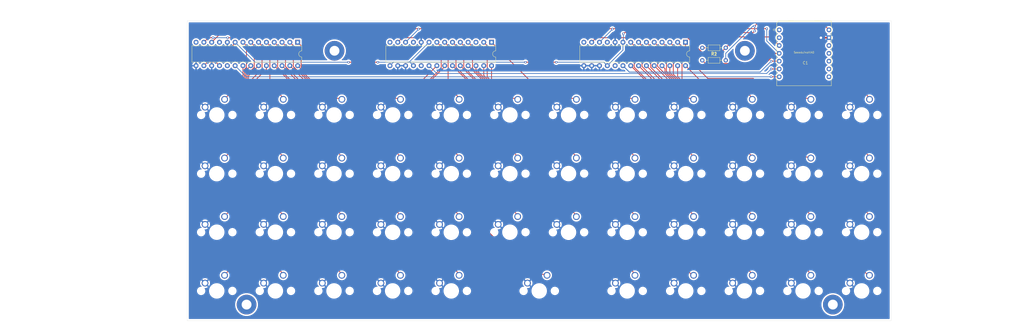
<source format=kicad_pcb>
(kicad_pcb (version 20171130) (host pcbnew "(5.1.10-32-g011b4027db)-1")
  (layers (0 F.Cu signal) (31 B.Cu signal) (34 B.Paste user) (35 F.Paste user) (36 B.SilkS user) (37 F.SilkS user) (38 B.Mask user) (39 F.Mask user hide) (44 Edge.Cuts user))
  (net 0 "")
  (net 1 /ROW_1_0)
  (net 2 +5V)
  (net 3 /ROW_2_0)
  (net 4 /ROW_3_0)
  (net 5 /ROW_4_0)
  (net 6 /ROW_1_1)
  (net 7 /ROW_2_1)
  (net 8 /ROW_3_1)
  (net 9 /ROW_4_1)
  (net 10 /ROW_1_2)
  (net 11 /ROW_2_2)
  (net 12 /ROW_3_2)
  (net 13 /ROW_4_2)
  (net 14 /ROW_1_3)
  (net 15 /ROW_2_3)
  (net 16 /ROW_3_3)
  (net 17 /ROW_4_3)
  (net 18 /ROW_1_4)
  (net 19 /ROW_2_4)
  (net 20 /ROW_3_4)
  (net 21 /ROW_4_4)
  (net 22 /ROW_1_5)
  (net 23 /ROW_2_5)
  (net 24 /ROW_3_5)
  (net 25 /ROW_4_5)
  (net 26 /ROW_1_6)
  (net 27 /ROW_2_6)
  (net 28 /ROW_3_6)
  (net 29 /ROW_4_6)
  (net 30 /ROW_1_7)
  (net 31 /ROW_2_7)
  (net 32 /ROW_3_7)
  (net 33 /ROW_4_7)
  (net 34 /SCL_)
  (net 35 /SDA_)
  (net 36 GND)
  (net 37 /INT_0x0)
  (net 38 /INT_0x2)
  (net 39 /INT_0x1)
  (net 40 /ROW_1_8)
  (net 41 /ROW_1_9)
  (net 42 /ROW_1_10)
  (net 43 /ROW_1_11)
  (net 44 /ROW_2_8)
  (net 45 /ROW_2_9)
  (net 46 /ROW_2_10)
  (net 47 /ROW_2_11)
  (net 48 /ROW_3_8)
  (net 49 /ROW_3_9)
  (net 50 /ROW_3_10)
  (net 51 /ROW_3_11)
  (net 52 /ROW_4_8)
  (net 53 /ROW_4_9)
  (net 54 /ROW_4_10)
  (module Resistor_THT:R_Axial_DIN0204_L3.6mm_D1.6mm_P7.62mm_Horizontal (layer F.Cu) (at 276.352 101.6 180)
    (fp_text reference R2 (at 3.81 2.032) (layer F.SilkS))
    (fp_text value R_Small)
    (pad 2 thru_hole oval (at 7.62 0 180) (size 1.4 1.4) (drill 0.7) (layers *.Cu *.Mask) (net 34 /SCL_))
    (pad 1 thru_hole circle (at 0 0 180) (size 1.4 1.4) (drill 0.7) (layers *.Cu *.Mask) (net 2 +5V))
  )
  (module Resistor_THT:R_Axial_DIN0204_L3.6mm_D1.6mm_P7.62mm_Horizontal (layer F.Cu) (at 276.352 97.536 180)
    (fp_text reference R1 (at 3.81 -1.92) (layer F.SilkS))
    (fp_text value R_Small)
    (pad 2 thru_hole oval (at 7.62 0 180) (size 1.4 1.4) (drill 0.7) (layers *.Cu *.Mask) (net 2 +5V))
    (pad 1 thru_hole circle (at 0 0 180) (size 1.4 1.4) (drill 0.7) (layers *.Cu *.Mask) (net 35 /SDA_))
  )
  (module Hardware:SeeeduinoXIAO-MOUDLE14P-2.54-21X17.8MM (layer F.Cu) (at 292.89375 109.832522)
    (fp_text reference C1 (at 9.351409 -7.39775) (layer F.SilkS) (effects (font (size 0.889 0.889) (thickness 0.1016))))
    (fp_text value SeeeduinoXIAO (at 8.89 -10.795) (layer F.SilkS) (effects (font (size 0.6096 0.6096) (thickness 0.0762))))
    (pad 1 thru_hole circle (at 0.83312 -18.11782) (size 1.524 1.524) (drill 0.762) (layers *.Cu *.Mask))
    (pad 2 thru_hole circle (at 0.83312 -15.57782) (size 1.524 1.524) (drill 0.762) (layers *.Cu *.Mask))
    (pad 3 thru_hole circle (at 0.83312 -13.03782) (size 1.524 1.524) (drill 0.762) (layers *.Cu *.Mask) (net 35 /SDA_))
    (pad 4 thru_hole circle (at 0.83312 -10.49782) (size 1.524 1.524) (drill 0.762) (layers *.Cu *.Mask) (net 34 /SCL_))
    (pad 5 thru_hole circle (at 0.83312 -7.95782) (size 1.524 1.524) (drill 0.762) (layers *.Cu *.Mask) (net 37 /INT_0x0))
    (pad 6 thru_hole circle (at 0.83312 -5.41782) (size 1.524 1.524) (drill 0.762) (layers *.Cu *.Mask) (net 39 /INT_0x1))
    (pad 7 thru_hole circle (at 0.83312 -2.87782) (size 1.524 1.524) (drill 0.762) (layers *.Cu *.Mask) (net 38 /INT_0x2))
    (pad 8 thru_hole circle (at 16.99768 -2.87782) (size 1.524 1.524) (drill 0.762) (layers *.Cu *.Mask))
    (pad 10 thru_hole circle (at 16.99768 -7.95782) (size 1.524 1.524) (drill 0.762) (layers *.Cu *.Mask))
    (pad 9 thru_hole circle (at 16.99768 -5.41782) (size 1.524 1.524) (drill 0.762) (layers *.Cu *.Mask))
    (pad 14 thru_hole circle (at 16.99768 -18.11782) (size 1.524 1.524) (drill 0.762) (layers *.Cu *.Mask) (net 2 +5V))
    (pad 11 thru_hole circle (at 16.99768 -10.49782) (size 1.524 1.524) (drill 0.762) (layers *.Cu *.Mask))
    (pad 13 thru_hole circle (at 16.99768 -15.57782) (size 1.524 1.524) (drill 0.762) (layers *.Cu *.Mask) (net 36 GND))
    (pad 12 thru_hole circle (at 16.99768 -13.03782) (size 1.524 1.524) (drill 0.762) (layers *.Cu *.Mask))
  )
  (module Package_DIP:DIP-28_W7.62mm (layer F.Cu) (at 137.25525 95.725011 270)
    (fp_text reference U3 hide)
    (fp_text value ROW_3)
    (pad 28 thru_hole oval (at 7.62 0 270) (size 1.6 1.6) (drill 0.8) (layers *.Cu *.Mask) (net 15 /ROW_2_3))
    (pad 14 thru_hole oval (at 0 33.02 270) (size 1.6 1.6) (drill 0.8) (layers *.Cu *.Mask))
    (pad 27 thru_hole oval (at 7.62 2.54 270) (size 1.6 1.6) (drill 0.8) (layers *.Cu *.Mask) (net 17 /ROW_4_3))
    (pad 13 thru_hole oval (at 0 30.48 270) (size 1.6 1.6) (drill 0.8) (layers *.Cu *.Mask) (net 35 /SDA_))
    (pad 26 thru_hole oval (at 7.62 5.08 270) (size 1.6 1.6) (drill 0.8) (layers *.Cu *.Mask) (net 11 /ROW_2_2))
    (pad 12 thru_hole oval (at 0 27.94 270) (size 1.6 1.6) (drill 0.8) (layers *.Cu *.Mask) (net 34 /SCL_))
    (pad 25 thru_hole oval (at 7.62 7.62 270) (size 1.6 1.6) (drill 0.8) (layers *.Cu *.Mask) (net 13 /ROW_4_2))
    (pad 11 thru_hole oval (at 0 25.4 270) (size 1.6 1.6) (drill 0.8) (layers *.Cu *.Mask))
    (pad 24 thru_hole oval (at 7.62 10.16 270) (size 1.6 1.6) (drill 0.8) (layers *.Cu *.Mask) (net 7 /ROW_2_1))
    (pad 10 thru_hole oval (at 0 22.86 270) (size 1.6 1.6) (drill 0.8) (layers *.Cu *.Mask) (net 36 GND))
    (pad 23 thru_hole oval (at 7.62 12.7 270) (size 1.6 1.6) (drill 0.8) (layers *.Cu *.Mask) (net 9 /ROW_4_1))
    (pad 9 thru_hole oval (at 0 20.32 270) (size 1.6 1.6) (drill 0.8) (layers *.Cu *.Mask) (net 2 +5V))
    (pad 22 thru_hole oval (at 7.62 15.24 270) (size 1.6 1.6) (drill 0.8) (layers *.Cu *.Mask) (net 4 /ROW_3_0))
    (pad 8 thru_hole oval (at 0 17.78 270) (size 1.6 1.6) (drill 0.8) (layers *.Cu *.Mask) (net 3 /ROW_2_0))
    (pad 21 thru_hole oval (at 7.62 17.78 270) (size 1.6 1.6) (drill 0.8) (layers *.Cu *.Mask) (net 1 /ROW_1_0))
    (pad 7 thru_hole oval (at 0 15.24 270) (size 1.6 1.6) (drill 0.8) (layers *.Cu *.Mask) (net 5 /ROW_4_0))
    (pad 20 thru_hole oval (at 7.62 20.32 270) (size 1.6 1.6) (drill 0.8) (layers *.Cu *.Mask) (net 38 /INT_0x2))
    (pad 6 thru_hole oval (at 0 12.7 270) (size 1.6 1.6) (drill 0.8) (layers *.Cu *.Mask) (net 8 /ROW_3_1))
    (pad 19 thru_hole oval (at 7.62 22.86 270) (size 1.6 1.6) (drill 0.8) (layers *.Cu *.Mask))
    (pad 5 thru_hole oval (at 0 10.16 270) (size 1.6 1.6) (drill 0.8) (layers *.Cu *.Mask) (net 6 /ROW_1_1))
    (pad 18 thru_hole oval (at 7.62 25.4 270) (size 1.6 1.6) (drill 0.8) (layers *.Cu *.Mask) (net 2 +5V))
    (pad 4 thru_hole oval (at 0 7.62 270) (size 1.6 1.6) (drill 0.8) (layers *.Cu *.Mask) (net 12 /ROW_3_2))
    (pad 17 thru_hole oval (at 7.62 27.94 270) (size 1.6 1.6) (drill 0.8) (layers *.Cu *.Mask) (net 36 GND))
    (pad 3 thru_hole oval (at 0 5.08 270) (size 1.6 1.6) (drill 0.8) (layers *.Cu *.Mask) (net 10 /ROW_1_2))
    (pad 16 thru_hole oval (at 7.62 30.48 270) (size 1.6 1.6) (drill 0.8) (layers *.Cu *.Mask) (net 2 +5V))
    (pad 2 thru_hole oval (at 0 2.54 270) (size 1.6 1.6) (drill 0.8) (layers *.Cu *.Mask) (net 16 /ROW_3_3))
    (pad 15 thru_hole oval (at 7.62 33.02 270) (size 1.6 1.6) (drill 0.8) (layers *.Cu *.Mask) (net 36 GND))
    (pad 1 thru_hole rect (at 0 0 270) (size 1.6 1.6) (drill 0.8) (layers *.Cu *.Mask) (net 14 /ROW_1_3))
  )
  (module Hardware:SW_Cherry_MX_1.00u_PCB (layer F.Cu) (at 246.85625 171.45)
    (fp_text reference M43 hide)
    (fp_text value Up)
    (pad "" np_thru_hole circle (at 2.54 5.08) (size 1.7 1.7) (drill 1.7) (layers *.Cu *.Mask))
    (pad "" np_thru_hole circle (at -7.62 5.08) (size 1.7 1.7) (drill 1.7) (layers *.Cu *.Mask))
    (pad "" np_thru_hole circle (at -2.54 5.08) (size 4 4) (drill 4) (layers *.Cu *.Mask))
    (pad 2 thru_hole circle (at -6.35 2.54) (size 2.2 2.2) (drill 1.5) (layers *.Cu *.Mask) (net 36 GND))
    (pad 1 thru_hole circle (at 0 0) (size 2.2 2.2) (drill 1.5) (layers *.Cu *.Mask) (net 29 /ROW_4_6))
  )
  (module Hardware:SW_Cherry_MX_2.00u_PCB (layer F.Cu) (at 218.28125 171.45)
    (fp_text reference M42 hide)
    (fp_text value Space)
    (pad "" np_thru_hole circle (at 2.54 5.08) (size 1.7 1.7) (drill 1.7) (layers *.Cu *.Mask))
    (pad "" np_thru_hole circle (at -7.62 5.08) (size 1.7 1.7) (drill 1.7) (layers *.Cu *.Mask))
    (pad "" np_thru_hole circle (at -2.54 5.08) (size 4 4) (drill 4) (layers *.Cu *.Mask))
    (pad 2 thru_hole circle (at -6.35 2.54) (size 2.2 2.2) (drill 1.5) (layers *.Cu *.Mask) (net 36 GND))
    (pad 1 thru_hole circle (at 0 0) (size 2.2 2.2) (drill 1.5) (layers *.Cu *.Mask) (net 25 /ROW_4_5))
  )
  (module Hardware:SW_Cherry_MX_1.00u_PCB (layer F.Cu) (at 323.05625 171.45)
    (fp_text reference M47 hide)
    (fp_text value R_Ar)
    (pad "" np_thru_hole circle (at 2.54 5.08) (size 1.7 1.7) (drill 1.7) (layers *.Cu *.Mask))
    (pad "" np_thru_hole circle (at -7.62 5.08) (size 1.7 1.7) (drill 1.7) (layers *.Cu *.Mask))
    (pad "" np_thru_hole circle (at -2.54 5.08) (size 4 4) (drill 4) (layers *.Cu *.Mask))
    (pad 2 thru_hole circle (at -6.35 2.54) (size 2.2 2.2) (drill 1.5) (layers *.Cu *.Mask) (net 36 GND))
    (pad 1 thru_hole circle (at 0 0) (size 2.2 2.2) (drill 1.5) (layers *.Cu *.Mask) (net 54 /ROW_4_10))
  )
  (module Hardware:SW_Cherry_MX_1.00u_PCB (layer F.Cu) (at 304.00625 171.45)
    (fp_text reference M46 hide)
    (fp_text value U_Ar)
    (pad "" np_thru_hole circle (at 2.54 5.08) (size 1.7 1.7) (drill 1.7) (layers *.Cu *.Mask))
    (pad "" np_thru_hole circle (at -7.62 5.08) (size 1.7 1.7) (drill 1.7) (layers *.Cu *.Mask))
    (pad "" np_thru_hole circle (at -2.54 5.08) (size 4 4) (drill 4) (layers *.Cu *.Mask))
    (pad 2 thru_hole circle (at -6.35 2.54) (size 2.2 2.2) (drill 1.5) (layers *.Cu *.Mask) (net 36 GND))
    (pad 1 thru_hole circle (at 0 0) (size 2.2 2.2) (drill 1.5) (layers *.Cu *.Mask) (net 53 /ROW_4_9))
  )
  (module Hardware:SW_Cherry_MX_1.00u_PCB (layer F.Cu) (at 284.95625 171.45)
    (fp_text reference M45 hide)
    (fp_text value D_Ar)
    (pad "" np_thru_hole circle (at 2.54 5.08) (size 1.7 1.7) (drill 1.7) (layers *.Cu *.Mask))
    (pad "" np_thru_hole circle (at -7.62 5.08) (size 1.7 1.7) (drill 1.7) (layers *.Cu *.Mask))
    (pad "" np_thru_hole circle (at -2.54 5.08) (size 4 4) (drill 4) (layers *.Cu *.Mask))
    (pad 2 thru_hole circle (at -6.35 2.54) (size 2.2 2.2) (drill 1.5) (layers *.Cu *.Mask) (net 36 GND))
    (pad 1 thru_hole circle (at 0 0) (size 2.2 2.2) (drill 1.5) (layers *.Cu *.Mask) (net 52 /ROW_4_8))
  )
  (module Hardware:SW_Cherry_MX_1.00u_PCB (layer F.Cu) (at 265.90625 171.45)
    (fp_text reference M44 hide)
    (fp_text value L_Ar)
    (pad "" np_thru_hole circle (at 2.54 5.08) (size 1.7 1.7) (drill 1.7) (layers *.Cu *.Mask))
    (pad "" np_thru_hole circle (at -7.62 5.08) (size 1.7 1.7) (drill 1.7) (layers *.Cu *.Mask))
    (pad "" np_thru_hole circle (at -2.54 5.08) (size 4 4) (drill 4) (layers *.Cu *.Mask))
    (pad 2 thru_hole circle (at -6.35 2.54) (size 2.2 2.2) (drill 1.5) (layers *.Cu *.Mask) (net 36 GND))
    (pad 1 thru_hole circle (at 0 0) (size 2.2 2.2) (drill 1.5) (layers *.Cu *.Mask) (net 33 /ROW_4_7))
  )
  (module Hardware:SW_Cherry_MX_1.00u_PCB (layer F.Cu) (at 189.70625 171.45)
    (fp_text reference M41 hide)
    (fp_text value Down)
    (pad "" np_thru_hole circle (at 2.54 5.08) (size 1.7 1.7) (drill 1.7) (layers *.Cu *.Mask))
    (pad "" np_thru_hole circle (at -7.62 5.08) (size 1.7 1.7) (drill 1.7) (layers *.Cu *.Mask))
    (pad "" np_thru_hole circle (at -2.54 5.08) (size 4 4) (drill 4) (layers *.Cu *.Mask))
    (pad 2 thru_hole circle (at -6.35 2.54) (size 2.2 2.2) (drill 1.5) (layers *.Cu *.Mask) (net 36 GND))
    (pad 1 thru_hole circle (at 0 0) (size 2.2 2.2) (drill 1.5) (layers *.Cu *.Mask) (net 21 /ROW_4_4))
  )
  (module Hardware:SW_Cherry_MX_1.00u_PCB (layer F.Cu) (at 170.65625 171.45)
    (fp_text reference M40 hide)
    (fp_text value Super)
    (pad "" np_thru_hole circle (at 2.54 5.08) (size 1.7 1.7) (drill 1.7) (layers *.Cu *.Mask))
    (pad "" np_thru_hole circle (at -7.62 5.08) (size 1.7 1.7) (drill 1.7) (layers *.Cu *.Mask))
    (pad "" np_thru_hole circle (at -2.54 5.08) (size 4 4) (drill 4) (layers *.Cu *.Mask))
    (pad 2 thru_hole circle (at -6.35 2.54) (size 2.2 2.2) (drill 1.5) (layers *.Cu *.Mask) (net 36 GND))
    (pad 1 thru_hole circle (at 0 0) (size 2.2 2.2) (drill 1.5) (layers *.Cu *.Mask) (net 17 /ROW_4_3))
  )
  (module Hardware:SW_Cherry_MX_1.00u_PCB (layer F.Cu) (at 151.60625 171.45)
    (fp_text reference M39 hide)
    (fp_text value Alt)
    (pad "" np_thru_hole circle (at 2.54 5.08) (size 1.7 1.7) (drill 1.7) (layers *.Cu *.Mask))
    (pad "" np_thru_hole circle (at -7.62 5.08) (size 1.7 1.7) (drill 1.7) (layers *.Cu *.Mask))
    (pad "" np_thru_hole circle (at -2.54 5.08) (size 4 4) (drill 4) (layers *.Cu *.Mask))
    (pad 2 thru_hole circle (at -6.35 2.54) (size 2.2 2.2) (drill 1.5) (layers *.Cu *.Mask) (net 36 GND))
    (pad 1 thru_hole circle (at 0 0) (size 2.2 2.2) (drill 1.5) (layers *.Cu *.Mask) (net 13 /ROW_4_2))
  )
  (module Hardware:SW_Cherry_MX_1.00u_PCB (layer F.Cu) (at 132.55625 171.45)
    (fp_text reference M38 hide)
    (fp_text value Ctrl)
    (pad "" np_thru_hole circle (at 2.54 5.08) (size 1.7 1.7) (drill 1.7) (layers *.Cu *.Mask))
    (pad "" np_thru_hole circle (at -7.62 5.08) (size 1.7 1.7) (drill 1.7) (layers *.Cu *.Mask))
    (pad "" np_thru_hole circle (at -2.54 5.08) (size 4 4) (drill 4) (layers *.Cu *.Mask))
    (pad 2 thru_hole circle (at -6.35 2.54) (size 2.2 2.2) (drill 1.5) (layers *.Cu *.Mask) (net 36 GND))
    (pad 1 thru_hole circle (at 0 0) (size 2.2 2.2) (drill 1.5) (layers *.Cu *.Mask) (net 9 /ROW_4_1))
  )
  (module Hardware:SW_Cherry_MX_1.00u_PCB (layer F.Cu) (at 113.50625 171.45)
    (fp_text reference M37 hide)
    (fp_text value Blnk)
    (pad "" np_thru_hole circle (at 2.54 5.08) (size 1.7 1.7) (drill 1.7) (layers *.Cu *.Mask))
    (pad "" np_thru_hole circle (at -7.62 5.08) (size 1.7 1.7) (drill 1.7) (layers *.Cu *.Mask))
    (pad "" np_thru_hole circle (at -2.54 5.08) (size 4 4) (drill 4) (layers *.Cu *.Mask))
    (pad 2 thru_hole circle (at -6.35 2.54) (size 2.2 2.2) (drill 1.5) (layers *.Cu *.Mask) (net 36 GND))
    (pad 1 thru_hole circle (at 0 0) (size 2.2 2.2) (drill 1.5) (layers *.Cu *.Mask) (net 5 /ROW_4_0))
  )
  (module Hardware:SW_Cherry_MX_1.00u_PCB (layer F.Cu) (at 323.05625 152.36825)
    (fp_text reference M36 hide)
    (fp_text value Enter)
    (pad "" np_thru_hole circle (at 2.54 5.08) (size 1.7 1.7) (drill 1.7) (layers *.Cu *.Mask))
    (pad "" np_thru_hole circle (at -7.62 5.08) (size 1.7 1.7) (drill 1.7) (layers *.Cu *.Mask))
    (pad "" np_thru_hole circle (at -2.54 5.08) (size 4 4) (drill 4) (layers *.Cu *.Mask))
    (pad 2 thru_hole circle (at -6.35 2.54) (size 2.2 2.2) (drill 1.5) (layers *.Cu *.Mask) (net 36 GND))
    (pad 1 thru_hole circle (at 0 0) (size 2.2 2.2) (drill 1.5) (layers *.Cu *.Mask) (net 51 /ROW_3_11))
  )
  (module Hardware:SW_Cherry_MX_1.00u_PCB (layer F.Cu) (at 304.00625 152.36825)
    (fp_text reference M35 hide)
    (fp_text value /)
    (pad "" np_thru_hole circle (at 2.54 5.08) (size 1.7 1.7) (drill 1.7) (layers *.Cu *.Mask))
    (pad "" np_thru_hole circle (at -7.62 5.08) (size 1.7 1.7) (drill 1.7) (layers *.Cu *.Mask))
    (pad "" np_thru_hole circle (at -2.54 5.08) (size 4 4) (drill 4) (layers *.Cu *.Mask))
    (pad 2 thru_hole circle (at -6.35 2.54) (size 2.2 2.2) (drill 1.5) (layers *.Cu *.Mask) (net 36 GND))
    (pad 1 thru_hole circle (at 0 0) (size 2.2 2.2) (drill 1.5) (layers *.Cu *.Mask) (net 50 /ROW_3_10))
  )
  (module Hardware:SW_Cherry_MX_1.00u_PCB (layer F.Cu) (at 284.95625 152.36825)
    (fp_text reference M34 hide)
    (fp_text value .)
    (pad "" np_thru_hole circle (at 2.54 5.08) (size 1.7 1.7) (drill 1.7) (layers *.Cu *.Mask))
    (pad "" np_thru_hole circle (at -7.62 5.08) (size 1.7 1.7) (drill 1.7) (layers *.Cu *.Mask))
    (pad "" np_thru_hole circle (at -2.54 5.08) (size 4 4) (drill 4) (layers *.Cu *.Mask))
    (pad 2 thru_hole circle (at -6.35 2.54) (size 2.2 2.2) (drill 1.5) (layers *.Cu *.Mask) (net 36 GND))
    (pad 1 thru_hole circle (at 0 0) (size 2.2 2.2) (drill 1.5) (layers *.Cu *.Mask) (net 49 /ROW_3_9))
  )
  (module Hardware:SW_Cherry_MX_1.00u_PCB (layer F.Cu) (at 265.90625 152.36825)
    (fp_text reference M33 hide)
    (fp_text value ,)
    (pad "" np_thru_hole circle (at 2.54 5.08) (size 1.7 1.7) (drill 1.7) (layers *.Cu *.Mask))
    (pad "" np_thru_hole circle (at -7.62 5.08) (size 1.7 1.7) (drill 1.7) (layers *.Cu *.Mask))
    (pad "" np_thru_hole circle (at -2.54 5.08) (size 4 4) (drill 4) (layers *.Cu *.Mask))
    (pad 2 thru_hole circle (at -6.35 2.54) (size 2.2 2.2) (drill 1.5) (layers *.Cu *.Mask) (net 36 GND))
    (pad 1 thru_hole circle (at 0 0) (size 2.2 2.2) (drill 1.5) (layers *.Cu *.Mask) (net 48 /ROW_3_8))
  )
  (module Hardware:SW_Cherry_MX_1.00u_PCB (layer F.Cu) (at 246.85625 152.4)
    (fp_text reference M32 hide)
    (fp_text value M)
    (pad "" np_thru_hole circle (at 2.54 5.08) (size 1.7 1.7) (drill 1.7) (layers *.Cu *.Mask))
    (pad "" np_thru_hole circle (at -7.62 5.08) (size 1.7 1.7) (drill 1.7) (layers *.Cu *.Mask))
    (pad "" np_thru_hole circle (at -2.54 5.08) (size 4 4) (drill 4) (layers *.Cu *.Mask))
    (pad 2 thru_hole circle (at -6.35 2.54) (size 2.2 2.2) (drill 1.5) (layers *.Cu *.Mask) (net 36 GND))
    (pad 1 thru_hole circle (at 0 0) (size 2.2 2.2) (drill 1.5) (layers *.Cu *.Mask) (net 32 /ROW_3_7))
  )
  (module Hardware:SW_Cherry_MX_1.00u_PCB (layer F.Cu) (at 227.80625 152.4)
    (fp_text reference M31 hide)
    (fp_text value N)
    (pad "" np_thru_hole circle (at 2.54 5.08) (size 1.7 1.7) (drill 1.7) (layers *.Cu *.Mask))
    (pad "" np_thru_hole circle (at -7.62 5.08) (size 1.7 1.7) (drill 1.7) (layers *.Cu *.Mask))
    (pad "" np_thru_hole circle (at -2.54 5.08) (size 4 4) (drill 4) (layers *.Cu *.Mask))
    (pad 2 thru_hole circle (at -6.35 2.54) (size 2.2 2.2) (drill 1.5) (layers *.Cu *.Mask) (net 36 GND))
    (pad 1 thru_hole circle (at 0 0) (size 2.2 2.2) (drill 1.5) (layers *.Cu *.Mask) (net 28 /ROW_3_6))
  )
  (module Hardware:SW_Cherry_MX_1.00u_PCB (layer F.Cu) (at 208.75625 152.36825)
    (fp_text reference M30 hide)
    (fp_text value B)
    (pad "" np_thru_hole circle (at 2.54 5.08) (size 1.7 1.7) (drill 1.7) (layers *.Cu *.Mask))
    (pad "" np_thru_hole circle (at -7.62 5.08) (size 1.7 1.7) (drill 1.7) (layers *.Cu *.Mask))
    (pad "" np_thru_hole circle (at -2.54 5.08) (size 4 4) (drill 4) (layers *.Cu *.Mask))
    (pad 2 thru_hole circle (at -6.35 2.54) (size 2.2 2.2) (drill 1.5) (layers *.Cu *.Mask) (net 36 GND))
    (pad 1 thru_hole circle (at 0 0) (size 2.2 2.2) (drill 1.5) (layers *.Cu *.Mask) (net 24 /ROW_3_5))
  )
  (module Hardware:SW_Cherry_MX_1.00u_PCB (layer F.Cu) (at 189.70625 152.4)
    (fp_text reference M29 hide)
    (fp_text value V)
    (pad "" np_thru_hole circle (at 2.54 5.08) (size 1.7 1.7) (drill 1.7) (layers *.Cu *.Mask))
    (pad "" np_thru_hole circle (at -7.62 5.08) (size 1.7 1.7) (drill 1.7) (layers *.Cu *.Mask))
    (pad "" np_thru_hole circle (at -2.54 5.08) (size 4 4) (drill 4) (layers *.Cu *.Mask))
    (pad 2 thru_hole circle (at -6.35 2.54) (size 2.2 2.2) (drill 1.5) (layers *.Cu *.Mask) (net 36 GND))
    (pad 1 thru_hole circle (at 0 0) (size 2.2 2.2) (drill 1.5) (layers *.Cu *.Mask) (net 20 /ROW_3_4))
  )
  (module Hardware:SW_Cherry_MX_1.00u_PCB (layer F.Cu) (at 170.65625 152.4)
    (fp_text reference M28 hide)
    (fp_text value C)
    (pad "" np_thru_hole circle (at 2.54 5.08) (size 1.7 1.7) (drill 1.7) (layers *.Cu *.Mask))
    (pad "" np_thru_hole circle (at -7.62 5.08) (size 1.7 1.7) (drill 1.7) (layers *.Cu *.Mask))
    (pad "" np_thru_hole circle (at -2.54 5.08) (size 4 4) (drill 4) (layers *.Cu *.Mask))
    (pad 2 thru_hole circle (at -6.35 2.54) (size 2.2 2.2) (drill 1.5) (layers *.Cu *.Mask) (net 36 GND))
    (pad 1 thru_hole circle (at 0 0) (size 2.2 2.2) (drill 1.5) (layers *.Cu *.Mask) (net 16 /ROW_3_3))
  )
  (module Hardware:SW_Cherry_MX_1.00u_PCB (layer F.Cu) (at 151.60625 152.36825)
    (fp_text reference M27 hide)
    (fp_text value X)
    (pad "" np_thru_hole circle (at 2.54 5.08) (size 1.7 1.7) (drill 1.7) (layers *.Cu *.Mask))
    (pad "" np_thru_hole circle (at -7.62 5.08) (size 1.7 1.7) (drill 1.7) (layers *.Cu *.Mask))
    (pad "" np_thru_hole circle (at -2.54 5.08) (size 4 4) (drill 4) (layers *.Cu *.Mask))
    (pad 2 thru_hole circle (at -6.35 2.54) (size 2.2 2.2) (drill 1.5) (layers *.Cu *.Mask) (net 36 GND))
    (pad 1 thru_hole circle (at 0 0) (size 2.2 2.2) (drill 1.5) (layers *.Cu *.Mask) (net 12 /ROW_3_2))
  )
  (module Hardware:SW_Cherry_MX_1.00u_PCB (layer F.Cu) (at 132.55625 152.36825)
    (fp_text reference M26 hide)
    (fp_text value Z)
    (pad "" np_thru_hole circle (at 2.54 5.08) (size 1.7 1.7) (drill 1.7) (layers *.Cu *.Mask))
    (pad "" np_thru_hole circle (at -7.62 5.08) (size 1.7 1.7) (drill 1.7) (layers *.Cu *.Mask))
    (pad "" np_thru_hole circle (at -2.54 5.08) (size 4 4) (drill 4) (layers *.Cu *.Mask))
    (pad 2 thru_hole circle (at -6.35 2.54) (size 2.2 2.2) (drill 1.5) (layers *.Cu *.Mask) (net 36 GND))
    (pad 1 thru_hole circle (at 0 0) (size 2.2 2.2) (drill 1.5) (layers *.Cu *.Mask) (net 8 /ROW_3_1))
  )
  (module Hardware:SW_Cherry_MX_1.00u_PCB (layer F.Cu) (at 113.50625 152.36825)
    (fp_text reference M25 hide)
    (fp_text value Shift)
    (pad "" np_thru_hole circle (at 2.54 5.08) (size 1.7 1.7) (drill 1.7) (layers *.Cu *.Mask))
    (pad "" np_thru_hole circle (at -7.62 5.08) (size 1.7 1.7) (drill 1.7) (layers *.Cu *.Mask))
    (pad "" np_thru_hole circle (at -2.54 5.08) (size 4 4) (drill 4) (layers *.Cu *.Mask))
    (pad 2 thru_hole circle (at -6.35 2.54) (size 2.2 2.2) (drill 1.5) (layers *.Cu *.Mask) (net 36 GND))
    (pad 1 thru_hole circle (at 0 0) (size 2.2 2.2) (drill 1.5) (layers *.Cu *.Mask) (net 4 /ROW_3_0))
  )
  (module Hardware:SW_Cherry_MX_1.00u_PCB (layer F.Cu) (at 323.05625 133.35)
    (fp_text reference M24 hide)
    (fp_text value ')
    (pad "" np_thru_hole circle (at 2.54 5.08) (size 1.7 1.7) (drill 1.7) (layers *.Cu *.Mask))
    (pad "" np_thru_hole circle (at -7.62 5.08) (size 1.7 1.7) (drill 1.7) (layers *.Cu *.Mask))
    (pad "" np_thru_hole circle (at -2.54 5.08) (size 4 4) (drill 4) (layers *.Cu *.Mask))
    (pad 2 thru_hole circle (at -6.35 2.54) (size 2.2 2.2) (drill 1.5) (layers *.Cu *.Mask) (net 36 GND))
    (pad 1 thru_hole circle (at 0 0) (size 2.2 2.2) (drill 1.5) (layers *.Cu *.Mask) (net 47 /ROW_2_11))
  )
  (module Hardware:SW_Cherry_MX_1.00u_PCB (layer F.Cu) (at 304.00625 133.35)
    (fp_text reference M23 hide)
    (fp_text value ;)
    (pad "" np_thru_hole circle (at 2.54 5.08) (size 1.7 1.7) (drill 1.7) (layers *.Cu *.Mask))
    (pad "" np_thru_hole circle (at -7.62 5.08) (size 1.7 1.7) (drill 1.7) (layers *.Cu *.Mask))
    (pad "" np_thru_hole circle (at -2.54 5.08) (size 4 4) (drill 4) (layers *.Cu *.Mask))
    (pad 2 thru_hole circle (at -6.35 2.54) (size 2.2 2.2) (drill 1.5) (layers *.Cu *.Mask) (net 36 GND))
    (pad 1 thru_hole circle (at 0 0) (size 2.2 2.2) (drill 1.5) (layers *.Cu *.Mask) (net 46 /ROW_2_10))
  )
  (module Hardware:SW_Cherry_MX_1.00u_PCB (layer F.Cu) (at 284.95625 133.35)
    (fp_text reference M22 hide)
    (fp_text value L)
    (pad "" np_thru_hole circle (at 2.54 5.08) (size 1.7 1.7) (drill 1.7) (layers *.Cu *.Mask))
    (pad "" np_thru_hole circle (at -7.62 5.08) (size 1.7 1.7) (drill 1.7) (layers *.Cu *.Mask))
    (pad "" np_thru_hole circle (at -2.54 5.08) (size 4 4) (drill 4) (layers *.Cu *.Mask))
    (pad 2 thru_hole circle (at -6.35 2.54) (size 2.2 2.2) (drill 1.5) (layers *.Cu *.Mask) (net 36 GND))
    (pad 1 thru_hole circle (at 0 0) (size 2.2 2.2) (drill 1.5) (layers *.Cu *.Mask) (net 45 /ROW_2_9))
  )
  (module Hardware:SW_Cherry_MX_1.00u_PCB (layer F.Cu) (at 265.90625 133.35)
    (fp_text reference M21 hide)
    (fp_text value K)
    (pad "" np_thru_hole circle (at 2.54 5.08) (size 1.7 1.7) (drill 1.7) (layers *.Cu *.Mask))
    (pad "" np_thru_hole circle (at -7.62 5.08) (size 1.7 1.7) (drill 1.7) (layers *.Cu *.Mask))
    (pad "" np_thru_hole circle (at -2.54 5.08) (size 4 4) (drill 4) (layers *.Cu *.Mask))
    (pad 2 thru_hole circle (at -6.35 2.54) (size 2.2 2.2) (drill 1.5) (layers *.Cu *.Mask) (net 36 GND))
    (pad 1 thru_hole circle (at 0 0) (size 2.2 2.2) (drill 1.5) (layers *.Cu *.Mask) (net 44 /ROW_2_8))
  )
  (module Hardware:SW_Cherry_MX_1.00u_PCB (layer F.Cu) (at 246.85625 133.35)
    (fp_text reference M20 hide)
    (fp_text value J)
    (pad "" np_thru_hole circle (at 2.54 5.08) (size 1.7 1.7) (drill 1.7) (layers *.Cu *.Mask))
    (pad "" np_thru_hole circle (at -7.62 5.08) (size 1.7 1.7) (drill 1.7) (layers *.Cu *.Mask))
    (pad "" np_thru_hole circle (at -2.54 5.08) (size 4 4) (drill 4) (layers *.Cu *.Mask))
    (pad 2 thru_hole circle (at -6.35 2.54) (size 2.2 2.2) (drill 1.5) (layers *.Cu *.Mask) (net 36 GND))
    (pad 1 thru_hole circle (at 0 0) (size 2.2 2.2) (drill 1.5) (layers *.Cu *.Mask) (net 31 /ROW_2_7))
  )
  (module Hardware:SW_Cherry_MX_1.00u_PCB (layer F.Cu) (at 227.80625 133.31825)
    (fp_text reference M19 hide)
    (fp_text value H)
    (pad "" np_thru_hole circle (at 2.54 5.08) (size 1.7 1.7) (drill 1.7) (layers *.Cu *.Mask))
    (pad "" np_thru_hole circle (at -7.62 5.08) (size 1.7 1.7) (drill 1.7) (layers *.Cu *.Mask))
    (pad "" np_thru_hole circle (at -2.54 5.08) (size 4 4) (drill 4) (layers *.Cu *.Mask))
    (pad 2 thru_hole circle (at -6.35 2.54) (size 2.2 2.2) (drill 1.5) (layers *.Cu *.Mask) (net 36 GND))
    (pad 1 thru_hole circle (at 0 0) (size 2.2 2.2) (drill 1.5) (layers *.Cu *.Mask) (net 27 /ROW_2_6))
  )
  (module Hardware:SW_Cherry_MX_1.00u_PCB (layer F.Cu) (at 208.75625 133.35)
    (fp_text reference M18 hide)
    (fp_text value G)
    (pad "" np_thru_hole circle (at 2.54 5.08) (size 1.7 1.7) (drill 1.7) (layers *.Cu *.Mask))
    (pad "" np_thru_hole circle (at -7.62 5.08) (size 1.7 1.7) (drill 1.7) (layers *.Cu *.Mask))
    (pad "" np_thru_hole circle (at -2.54 5.08) (size 4 4) (drill 4) (layers *.Cu *.Mask))
    (pad 2 thru_hole circle (at -6.35 2.54) (size 2.2 2.2) (drill 1.5) (layers *.Cu *.Mask) (net 36 GND))
    (pad 1 thru_hole circle (at 0 0) (size 2.2 2.2) (drill 1.5) (layers *.Cu *.Mask) (net 23 /ROW_2_5))
  )
  (module Hardware:SW_Cherry_MX_1.00u_PCB (layer F.Cu) (at 189.70625 133.35)
    (fp_text reference M17 hide)
    (fp_text value F)
    (pad "" np_thru_hole circle (at 2.54 5.08) (size 1.7 1.7) (drill 1.7) (layers *.Cu *.Mask))
    (pad "" np_thru_hole circle (at -7.62 5.08) (size 1.7 1.7) (drill 1.7) (layers *.Cu *.Mask))
    (pad "" np_thru_hole circle (at -2.54 5.08) (size 4 4) (drill 4) (layers *.Cu *.Mask))
    (pad 2 thru_hole circle (at -6.35 2.54) (size 2.2 2.2) (drill 1.5) (layers *.Cu *.Mask) (net 36 GND))
    (pad 1 thru_hole circle (at 0 0) (size 2.2 2.2) (drill 1.5) (layers *.Cu *.Mask) (net 19 /ROW_2_4))
  )
  (module Hardware:SW_Cherry_MX_1.00u_PCB (layer F.Cu) (at 170.65625 133.35)
    (fp_text reference M16 hide)
    (fp_text value D)
    (pad "" np_thru_hole circle (at 2.54 5.08) (size 1.7 1.7) (drill 1.7) (layers *.Cu *.Mask))
    (pad "" np_thru_hole circle (at -7.62 5.08) (size 1.7 1.7) (drill 1.7) (layers *.Cu *.Mask))
    (pad "" np_thru_hole circle (at -2.54 5.08) (size 4 4) (drill 4) (layers *.Cu *.Mask))
    (pad 2 thru_hole circle (at -6.35 2.54) (size 2.2 2.2) (drill 1.5) (layers *.Cu *.Mask) (net 36 GND))
    (pad 1 thru_hole circle (at 0 0) (size 2.2 2.2) (drill 1.5) (layers *.Cu *.Mask) (net 15 /ROW_2_3))
  )
  (module Hardware:SW_Cherry_MX_1.00u_PCB (layer F.Cu) (at 151.60625 133.35)
    (fp_text reference M15 hide)
    (fp_text value S)
    (pad "" np_thru_hole circle (at 2.54 5.08) (size 1.7 1.7) (drill 1.7) (layers *.Cu *.Mask))
    (pad "" np_thru_hole circle (at -7.62 5.08) (size 1.7 1.7) (drill 1.7) (layers *.Cu *.Mask))
    (pad "" np_thru_hole circle (at -2.54 5.08) (size 4 4) (drill 4) (layers *.Cu *.Mask))
    (pad 2 thru_hole circle (at -6.35 2.54) (size 2.2 2.2) (drill 1.5) (layers *.Cu *.Mask) (net 36 GND))
    (pad 1 thru_hole circle (at 0 0) (size 2.2 2.2) (drill 1.5) (layers *.Cu *.Mask) (net 11 /ROW_2_2))
  )
  (module Hardware:SW_Cherry_MX_1.00u_PCB (layer F.Cu) (at 132.55625 133.35)
    (fp_text reference M14 hide)
    (fp_text value A)
    (pad "" np_thru_hole circle (at 2.54 5.08) (size 1.7 1.7) (drill 1.7) (layers *.Cu *.Mask))
    (pad "" np_thru_hole circle (at -7.62 5.08) (size 1.7 1.7) (drill 1.7) (layers *.Cu *.Mask))
    (pad "" np_thru_hole circle (at -2.54 5.08) (size 4 4) (drill 4) (layers *.Cu *.Mask))
    (pad 2 thru_hole circle (at -6.35 2.54) (size 2.2 2.2) (drill 1.5) (layers *.Cu *.Mask) (net 36 GND))
    (pad 1 thru_hole circle (at 0 0) (size 2.2 2.2) (drill 1.5) (layers *.Cu *.Mask) (net 7 /ROW_2_1))
  )
  (module Hardware:SW_Cherry_MX_1.00u_PCB (layer F.Cu) (at 113.50625 133.35)
    (fp_text reference M13 hide)
    (fp_text value Esc)
    (pad "" np_thru_hole circle (at 2.54 5.08) (size 1.7 1.7) (drill 1.7) (layers *.Cu *.Mask))
    (pad "" np_thru_hole circle (at -7.62 5.08) (size 1.7 1.7) (drill 1.7) (layers *.Cu *.Mask))
    (pad "" np_thru_hole circle (at -2.54 5.08) (size 4 4) (drill 4) (layers *.Cu *.Mask))
    (pad 2 thru_hole circle (at -6.35 2.54) (size 2.2 2.2) (drill 1.5) (layers *.Cu *.Mask) (net 36 GND))
    (pad 1 thru_hole circle (at 0 0) (size 2.2 2.2) (drill 1.5) (layers *.Cu *.Mask) (net 3 /ROW_2_0))
  )
  (module Hardware:SW_Cherry_MX_1.00u_PCB (layer F.Cu) (at 323.07215 114.26825)
    (fp_text reference M12 hide)
    (fp_text value Backspace)
    (pad "" np_thru_hole circle (at 2.54 5.08) (size 1.7 1.7) (drill 1.7) (layers *.Cu *.Mask))
    (pad "" np_thru_hole circle (at -7.62 5.08) (size 1.7 1.7) (drill 1.7) (layers *.Cu *.Mask))
    (pad "" np_thru_hole circle (at -2.54 5.08) (size 4 4) (drill 4) (layers *.Cu *.Mask))
    (pad 2 thru_hole circle (at -6.35 2.54) (size 2.2 2.2) (drill 1.5) (layers *.Cu *.Mask) (net 36 GND))
    (pad 1 thru_hole circle (at 0 0) (size 2.2 2.2) (drill 1.5) (layers *.Cu *.Mask) (net 43 /ROW_1_11))
  )
  (module Hardware:SW_Cherry_MX_1.00u_PCB (layer F.Cu) (at 304.02215 114.26825)
    (fp_text reference M11 hide)
    (fp_text value P)
    (pad "" np_thru_hole circle (at 2.54 5.08) (size 1.7 1.7) (drill 1.7) (layers *.Cu *.Mask))
    (pad "" np_thru_hole circle (at -7.62 5.08) (size 1.7 1.7) (drill 1.7) (layers *.Cu *.Mask))
    (pad "" np_thru_hole circle (at -2.54 5.08) (size 4 4) (drill 4) (layers *.Cu *.Mask))
    (pad 2 thru_hole circle (at -6.35 2.54) (size 2.2 2.2) (drill 1.5) (layers *.Cu *.Mask) (net 36 GND))
    (pad 1 thru_hole circle (at 0 0) (size 2.2 2.2) (drill 1.5) (layers *.Cu *.Mask) (net 42 /ROW_1_10))
  )
  (module Hardware:SW_Cherry_MX_1.00u_PCB (layer F.Cu) (at 284.97215 114.26825)
    (fp_text reference M10 hide)
    (fp_text value O)
    (pad "" np_thru_hole circle (at 2.54 5.08) (size 1.7 1.7) (drill 1.7) (layers *.Cu *.Mask))
    (pad "" np_thru_hole circle (at -7.62 5.08) (size 1.7 1.7) (drill 1.7) (layers *.Cu *.Mask))
    (pad "" np_thru_hole circle (at -2.54 5.08) (size 4 4) (drill 4) (layers *.Cu *.Mask))
    (pad 2 thru_hole circle (at -6.35 2.54) (size 2.2 2.2) (drill 1.5) (layers *.Cu *.Mask) (net 36 GND))
    (pad 1 thru_hole circle (at 0 0) (size 2.2 2.2) (drill 1.5) (layers *.Cu *.Mask) (net 41 /ROW_1_9))
  )
  (module Hardware:SW_Cherry_MX_1.00u_PCB (layer F.Cu) (at 265.92215 114.26825)
    (fp_text reference M9 hide)
    (fp_text value I)
    (pad "" np_thru_hole circle (at 2.54 5.08) (size 1.7 1.7) (drill 1.7) (layers *.Cu *.Mask))
    (pad "" np_thru_hole circle (at -7.62 5.08) (size 1.7 1.7) (drill 1.7) (layers *.Cu *.Mask))
    (pad "" np_thru_hole circle (at -2.54 5.08) (size 4 4) (drill 4) (layers *.Cu *.Mask))
    (pad 2 thru_hole circle (at -6.35 2.54) (size 2.2 2.2) (drill 1.5) (layers *.Cu *.Mask) (net 36 GND))
    (pad 1 thru_hole circle (at 0 0) (size 2.2 2.2) (drill 1.5) (layers *.Cu *.Mask) (net 40 /ROW_1_8))
  )
  (module Hardware:SW_Cherry_MX_1.00u_PCB (layer F.Cu) (at 246.87215 114.26825)
    (fp_text reference M8 hide)
    (fp_text value U)
    (pad "" np_thru_hole circle (at 2.54 5.08) (size 1.7 1.7) (drill 1.7) (layers *.Cu *.Mask))
    (pad "" np_thru_hole circle (at -7.62 5.08) (size 1.7 1.7) (drill 1.7) (layers *.Cu *.Mask))
    (pad "" np_thru_hole circle (at -2.54 5.08) (size 4 4) (drill 4) (layers *.Cu *.Mask))
    (pad 2 thru_hole circle (at -6.35 2.54) (size 2.2 2.2) (drill 1.5) (layers *.Cu *.Mask) (net 36 GND))
    (pad 1 thru_hole circle (at 0 0) (size 2.2 2.2) (drill 1.5) (layers *.Cu *.Mask) (net 30 /ROW_1_7))
  )
  (module Hardware:SW_Cherry_MX_1.00u_PCB (layer F.Cu) (at 227.82215 114.26825)
    (fp_text reference M7 hide)
    (fp_text value Y)
    (pad "" np_thru_hole circle (at 2.54 5.08) (size 1.7 1.7) (drill 1.7) (layers *.Cu *.Mask))
    (pad "" np_thru_hole circle (at -7.62 5.08) (size 1.7 1.7) (drill 1.7) (layers *.Cu *.Mask))
    (pad "" np_thru_hole circle (at -2.54 5.08) (size 4 4) (drill 4) (layers *.Cu *.Mask))
    (pad 2 thru_hole circle (at -6.35 2.54) (size 2.2 2.2) (drill 1.5) (layers *.Cu *.Mask) (net 36 GND))
    (pad 1 thru_hole circle (at 0 0) (size 2.2 2.2) (drill 1.5) (layers *.Cu *.Mask) (net 26 /ROW_1_6))
  )
  (module Hardware:SW_Cherry_MX_1.00u_PCB (layer F.Cu) (at 208.77215 114.26825)
    (fp_text reference M6 hide)
    (fp_text value T)
    (pad "" np_thru_hole circle (at 2.54 5.08) (size 1.7 1.7) (drill 1.7) (layers *.Cu *.Mask))
    (pad "" np_thru_hole circle (at -7.62 5.08) (size 1.7 1.7) (drill 1.7) (layers *.Cu *.Mask))
    (pad "" np_thru_hole circle (at -2.54 5.08) (size 4 4) (drill 4) (layers *.Cu *.Mask))
    (pad 2 thru_hole circle (at -6.35 2.54) (size 2.2 2.2) (drill 1.5) (layers *.Cu *.Mask) (net 36 GND))
    (pad 1 thru_hole circle (at 0 0) (size 2.2 2.2) (drill 1.5) (layers *.Cu *.Mask) (net 22 /ROW_1_5))
  )
  (module Hardware:SW_Cherry_MX_1.00u_PCB (layer F.Cu) (at 189.72215 114.26825)
    (fp_text reference M5 hide)
    (fp_text value R)
    (pad "" np_thru_hole circle (at 2.54 5.08) (size 1.7 1.7) (drill 1.7) (layers *.Cu *.Mask))
    (pad "" np_thru_hole circle (at -7.62 5.08) (size 1.7 1.7) (drill 1.7) (layers *.Cu *.Mask))
    (pad "" np_thru_hole circle (at -2.54 5.08) (size 4 4) (drill 4) (layers *.Cu *.Mask))
    (pad 2 thru_hole circle (at -6.35 2.54) (size 2.2 2.2) (drill 1.5) (layers *.Cu *.Mask) (net 36 GND))
    (pad 1 thru_hole circle (at 0 0) (size 2.2 2.2) (drill 1.5) (layers *.Cu *.Mask) (net 18 /ROW_1_4))
  )
  (module Hardware:SW_Cherry_MX_1.00u_PCB (layer F.Cu) (at 170.67215 114.26825)
    (fp_text reference M4 hide)
    (fp_text value E)
    (pad "" np_thru_hole circle (at 2.54 5.08) (size 1.7 1.7) (drill 1.7) (layers *.Cu *.Mask))
    (pad "" np_thru_hole circle (at -7.62 5.08) (size 1.7 1.7) (drill 1.7) (layers *.Cu *.Mask))
    (pad "" np_thru_hole circle (at -2.54 5.08) (size 4 4) (drill 4) (layers *.Cu *.Mask))
    (pad 2 thru_hole circle (at -6.35 2.54) (size 2.2 2.2) (drill 1.5) (layers *.Cu *.Mask) (net 36 GND))
    (pad 1 thru_hole circle (at 0 0) (size 2.2 2.2) (drill 1.5) (layers *.Cu *.Mask) (net 14 /ROW_1_3))
  )
  (module Hardware:SW_Cherry_MX_1.00u_PCB (layer F.Cu) (at 151.62215 114.26825)
    (fp_text reference M3 hide)
    (fp_text value W)
    (pad "" np_thru_hole circle (at 2.54 5.08) (size 1.7 1.7) (drill 1.7) (layers *.Cu *.Mask))
    (pad "" np_thru_hole circle (at -7.62 5.08) (size 1.7 1.7) (drill 1.7) (layers *.Cu *.Mask))
    (pad "" np_thru_hole circle (at -2.54 5.08) (size 4 4) (drill 4) (layers *.Cu *.Mask))
    (pad 2 thru_hole circle (at -6.35 2.54) (size 2.2 2.2) (drill 1.5) (layers *.Cu *.Mask) (net 36 GND))
    (pad 1 thru_hole circle (at 0 0) (size 2.2 2.2) (drill 1.5) (layers *.Cu *.Mask) (net 10 /ROW_1_2))
  )
  (module Hardware:SW_Cherry_MX_1.00u_PCB (layer F.Cu) (at 132.57215 114.26825)
    (fp_text reference M2 hide)
    (fp_text value Q)
    (pad "" np_thru_hole circle (at 2.54 5.08) (size 1.7 1.7) (drill 1.7) (layers *.Cu *.Mask))
    (pad "" np_thru_hole circle (at -7.62 5.08) (size 1.7 1.7) (drill 1.7) (layers *.Cu *.Mask))
    (pad "" np_thru_hole circle (at -2.54 5.08) (size 4 4) (drill 4) (layers *.Cu *.Mask))
    (pad 2 thru_hole circle (at -6.35 2.54) (size 2.2 2.2) (drill 1.5) (layers *.Cu *.Mask) (net 36 GND))
    (pad 1 thru_hole circle (at 0 0) (size 2.2 2.2) (drill 1.5) (layers *.Cu *.Mask) (net 6 /ROW_1_1))
  )
  (module Hardware:SW_Cherry_MX_1.00u_PCB (layer F.Cu) (at 113.52215 114.26825)
    (fp_text reference M1 hide)
    (fp_text value Tab)
    (pad "" np_thru_hole circle (at 2.54 5.08) (size 1.7 1.7) (drill 1.7) (layers *.Cu *.Mask))
    (pad "" np_thru_hole circle (at -7.62 5.08) (size 1.7 1.7) (drill 1.7) (layers *.Cu *.Mask))
    (pad "" np_thru_hole circle (at -2.54 5.08) (size 4 4) (drill 4) (layers *.Cu *.Mask))
    (pad 2 thru_hole circle (at -6.35 2.54) (size 2.2 2.2) (drill 1.5) (layers *.Cu *.Mask) (net 36 GND))
    (pad 1 thru_hole circle (at 0 0) (size 2.2 2.2) (drill 1.5) (layers *.Cu *.Mask) (net 1 /ROW_1_0))
  )
  (module Package_DIP:DIP-28_W7.62mm (layer F.Cu) (at 200.262083 95.725011 270)
    (fp_text reference U2 hide)
    (fp_text value ROW_2)
    (pad 28 thru_hole oval (at 7.62 0 270) (size 1.6 1.6) (drill 0.8) (layers *.Cu *.Mask) (net 31 /ROW_2_7))
    (pad 14 thru_hole oval (at 0 33.02 270) (size 1.6 1.6) (drill 0.8) (layers *.Cu *.Mask))
    (pad 27 thru_hole oval (at 7.62 2.54 270) (size 1.6 1.6) (drill 0.8) (layers *.Cu *.Mask) (net 29 /ROW_4_6))
    (pad 13 thru_hole oval (at 0 30.48 270) (size 1.6 1.6) (drill 0.8) (layers *.Cu *.Mask) (net 35 /SDA_))
    (pad 26 thru_hole oval (at 7.62 5.08 270) (size 1.6 1.6) (drill 0.8) (layers *.Cu *.Mask) (net 26 /ROW_1_6))
    (pad 12 thru_hole oval (at 0 27.94 270) (size 1.6 1.6) (drill 0.8) (layers *.Cu *.Mask) (net 34 /SCL_))
    (pad 25 thru_hole oval (at 7.62 7.62 270) (size 1.6 1.6) (drill 0.8) (layers *.Cu *.Mask) (net 28 /ROW_3_6))
    (pad 11 thru_hole oval (at 0 25.4 270) (size 1.6 1.6) (drill 0.8) (layers *.Cu *.Mask))
    (pad 24 thru_hole oval (at 7.62 10.16 270) (size 1.6 1.6) (drill 0.8) (layers *.Cu *.Mask) (net 23 /ROW_2_5))
    (pad 10 thru_hole oval (at 0 22.86 270) (size 1.6 1.6) (drill 0.8) (layers *.Cu *.Mask) (net 36 GND))
    (pad 23 thru_hole oval (at 7.62 12.7 270) (size 1.6 1.6) (drill 0.8) (layers *.Cu *.Mask) (net 25 /ROW_4_5))
    (pad 9 thru_hole oval (at 0 20.32 270) (size 1.6 1.6) (drill 0.8) (layers *.Cu *.Mask) (net 2 +5V))
    (pad 22 thru_hole oval (at 7.62 15.24 270) (size 1.6 1.6) (drill 0.8) (layers *.Cu *.Mask) (net 19 /ROW_2_4))
    (pad 8 thru_hole oval (at 0 17.78 270) (size 1.6 1.6) (drill 0.8) (layers *.Cu *.Mask) (net 20 /ROW_3_4))
    (pad 21 thru_hole oval (at 7.62 17.78 270) (size 1.6 1.6) (drill 0.8) (layers *.Cu *.Mask) (net 21 /ROW_4_4))
    (pad 7 thru_hole oval (at 0 15.24 270) (size 1.6 1.6) (drill 0.8) (layers *.Cu *.Mask) (net 18 /ROW_1_4))
    (pad 20 thru_hole oval (at 7.62 20.32 270) (size 1.6 1.6) (drill 0.8) (layers *.Cu *.Mask) (net 39 /INT_0x1))
    (pad 6 thru_hole oval (at 0 12.7 270) (size 1.6 1.6) (drill 0.8) (layers *.Cu *.Mask) (net 24 /ROW_3_5))
    (pad 19 thru_hole oval (at 7.62 22.86 270) (size 1.6 1.6) (drill 0.8) (layers *.Cu *.Mask))
    (pad 5 thru_hole oval (at 0 10.16 270) (size 1.6 1.6) (drill 0.8) (layers *.Cu *.Mask) (net 22 /ROW_1_5))
    (pad 18 thru_hole oval (at 7.62 25.4 270) (size 1.6 1.6) (drill 0.8) (layers *.Cu *.Mask) (net 2 +5V))
    (pad 4 thru_hole oval (at 0 7.62 270) (size 1.6 1.6) (drill 0.8) (layers *.Cu *.Mask) (net 27 /ROW_2_6))
    (pad 17 thru_hole oval (at 7.62 27.94 270) (size 1.6 1.6) (drill 0.8) (layers *.Cu *.Mask) (net 36 GND))
    (pad 3 thru_hole oval (at 0 5.08 270) (size 1.6 1.6) (drill 0.8) (layers *.Cu *.Mask))
    (pad 16 thru_hole oval (at 7.62 30.48 270) (size 1.6 1.6) (drill 0.8) (layers *.Cu *.Mask) (net 36 GND))
    (pad 2 thru_hole oval (at 0 2.54 270) (size 1.6 1.6) (drill 0.8) (layers *.Cu *.Mask) (net 32 /ROW_3_7))
    (pad 15 thru_hole oval (at 7.62 33.02 270) (size 1.6 1.6) (drill 0.8) (layers *.Cu *.Mask) (net 2 +5V))
    (pad 1 thru_hole rect (at 0 0 270) (size 1.6 1.6) (drill 0.8) (layers *.Cu *.Mask) (net 30 /ROW_1_7))
  )
  (module Package_DIP:DIP-28_W7.62mm (layer F.Cu) (at 263.268916 95.725011 270)
    (fp_text reference U1 hide)
    (fp_text value ROW_1)
    (pad 28 thru_hole oval (at 7.62 0 270) (size 1.6 1.6) (drill 0.8) (layers *.Cu *.Mask) (net 47 /ROW_2_11))
    (pad 14 thru_hole oval (at 0 33.02 270) (size 1.6 1.6) (drill 0.8) (layers *.Cu *.Mask))
    (pad 27 thru_hole oval (at 7.62 2.54 270) (size 1.6 1.6) (drill 0.8) (layers *.Cu *.Mask) (net 54 /ROW_4_10))
    (pad 13 thru_hole oval (at 0 30.48 270) (size 1.6 1.6) (drill 0.8) (layers *.Cu *.Mask) (net 35 /SDA_))
    (pad 26 thru_hole oval (at 7.62 5.08 270) (size 1.6 1.6) (drill 0.8) (layers *.Cu *.Mask) (net 46 /ROW_2_10))
    (pad 12 thru_hole oval (at 0 27.94 270) (size 1.6 1.6) (drill 0.8) (layers *.Cu *.Mask) (net 34 /SCL_))
    (pad 25 thru_hole oval (at 7.62 7.62 270) (size 1.6 1.6) (drill 0.8) (layers *.Cu *.Mask) (net 53 /ROW_4_9))
    (pad 11 thru_hole oval (at 0 25.4 270) (size 1.6 1.6) (drill 0.8) (layers *.Cu *.Mask))
    (pad 24 thru_hole oval (at 7.62 10.16 270) (size 1.6 1.6) (drill 0.8) (layers *.Cu *.Mask) (net 45 /ROW_2_9))
    (pad 10 thru_hole oval (at 0 22.86 270) (size 1.6 1.6) (drill 0.8) (layers *.Cu *.Mask) (net 36 GND))
    (pad 23 thru_hole oval (at 7.62 12.7 270) (size 1.6 1.6) (drill 0.8) (layers *.Cu *.Mask) (net 52 /ROW_4_8))
    (pad 9 thru_hole oval (at 0 20.32 270) (size 1.6 1.6) (drill 0.8) (layers *.Cu *.Mask) (net 2 +5V))
    (pad 22 thru_hole oval (at 7.62 15.24 270) (size 1.6 1.6) (drill 0.8) (layers *.Cu *.Mask) (net 44 /ROW_2_8))
    (pad 8 thru_hole oval (at 0 17.78 270) (size 1.6 1.6) (drill 0.8) (layers *.Cu *.Mask) (net 48 /ROW_3_8))
    (pad 21 thru_hole oval (at 7.62 17.78 270) (size 1.6 1.6) (drill 0.8) (layers *.Cu *.Mask) (net 33 /ROW_4_7))
    (pad 7 thru_hole oval (at 0 15.24 270) (size 1.6 1.6) (drill 0.8) (layers *.Cu *.Mask) (net 40 /ROW_1_8))
    (pad 20 thru_hole oval (at 7.62 20.32 270) (size 1.6 1.6) (drill 0.8) (layers *.Cu *.Mask) (net 37 /INT_0x0))
    (pad 6 thru_hole oval (at 0 12.7 270) (size 1.6 1.6) (drill 0.8) (layers *.Cu *.Mask) (net 49 /ROW_3_9))
    (pad 19 thru_hole oval (at 7.62 22.86 270) (size 1.6 1.6) (drill 0.8) (layers *.Cu *.Mask))
    (pad 5 thru_hole oval (at 0 10.16 270) (size 1.6 1.6) (drill 0.8) (layers *.Cu *.Mask) (net 41 /ROW_1_9))
    (pad 18 thru_hole oval (at 7.62 25.4 270) (size 1.6 1.6) (drill 0.8) (layers *.Cu *.Mask) (net 2 +5V))
    (pad 4 thru_hole oval (at 0 7.62 270) (size 1.6 1.6) (drill 0.8) (layers *.Cu *.Mask) (net 50 /ROW_3_10))
    (pad 17 thru_hole oval (at 7.62 27.94 270) (size 1.6 1.6) (drill 0.8) (layers *.Cu *.Mask) (net 36 GND))
    (pad 3 thru_hole oval (at 0 5.08 270) (size 1.6 1.6) (drill 0.8) (layers *.Cu *.Mask) (net 42 /ROW_1_10))
    (pad 16 thru_hole oval (at 7.62 30.48 270) (size 1.6 1.6) (drill 0.8) (layers *.Cu *.Mask) (net 36 GND))
    (pad 2 thru_hole oval (at 0 2.54 270) (size 1.6 1.6) (drill 0.8) (layers *.Cu *.Mask) (net 51 /ROW_3_11))
    (pad 15 thru_hole oval (at 7.62 33.02 270) (size 1.6 1.6) (drill 0.8) (layers *.Cu *.Mask) (net 36 GND))
    (pad 1 thru_hole rect (at 0 0 270) (size 1.6 1.6) (drill 0.8) (layers *.Cu *.Mask) (net 43 /ROW_1_11))
  )
  (module MountingHole:MountingHole_3.2mm_M3_Pad (layer F.Cu) (at 120.65 180.975)
    (fp_text reference H6 hide)
    (fp_text value MountingHole)
    (pad 1 thru_hole circle (at 0 0) (size 6.4 6.4) (drill 3.2) (layers *.Cu *.Mask))
  )
  (module MountingHole:MountingHole_3.2mm_M3_Pad (layer F.Cu) (at 282.575 98.5)
    (fp_text reference H5 hide)
    (fp_text value MountingHole)
    (pad 1 thru_hole circle (at 0 0) (size 6.4 6.4) (drill 3.2) (layers *.Cu *.Mask))
  )
  (module MountingHole:MountingHole_3.2mm_M3_Pad (layer F.Cu) (at 311.15 180.975)
    (fp_text reference H3 hide)
    (fp_text value MountingHole)
    (pad 1 thru_hole circle (at 0 0) (size 6.4 6.4) (drill 3.2) (layers *.Cu *.Mask))
  )
  (module MountingHole:MountingHole_3.2mm_M3_Pad (layer F.Cu) (at 149.225 98.5)
    (fp_text reference H2 hide)
    (fp_text value MountingHole)
    (pad 1 thru_hole circle (at 0 0) (size 6.4 6.4) (drill 3.2) (layers *.Cu *.Mask))
  )
  (gr_line (start 101.346 186.182) (end 101.346 88.7476) (layer Edge.Cuts) (width 0.05))
  (gr_line (start 330.1492 186.182) (end 101.346 186.182) (layer Edge.Cuts) (width 0.05))
  (gr_line (start 330.1492 88.7476) (end 101.346 88.7476) (layer Edge.Cuts) (width 0.05))
  (gr_line (start 330.1492 186.182) (end 330.1492 88.7476) (layer Edge.Cuts) (width 0.05))
  (segment (start 293.330908 91.31874) (end 293.72687 91.714702) (width 0.25) (layer F.Cu) (net 0))
  (segment (start 119.47525 108.1564) (end 113.6809 113.95075) (width 0.25) (layer F.Cu) (net 1))
  (segment (start 119.47525 103.345011) (end 119.47525 108.1564) (width 0.25) (layer F.Cu) (net 1))
  (segment (start 287.3375 89.6625) (end 286.575 89.6625) (width 0.254) (layer F.Cu) (net 2))
  (segment (start 286.575 89.6625) (end 285.75 90.4875) (width 0.254) (layer F.Cu) (net 2))
  (segment (start 285.75 90.4875) (end 285.75 90.4875) (width 0.254) (layer F.Cu) (net 2))
  (via (at 285.75 90.4875) (size 0.8) (drill 0.4) (layers F.Cu B.Cu) (net 2))
  (segment (start 285.75 90.4875) (end 285.75 92.075) (width 0.254) (layer B.Cu) (net 2))
  (segment (start 285.75 92.075) (end 285.75 92.075) (width 0.254) (layer B.Cu) (net 2))
  (via (at 285.75 92.075) (size 0.8) (drill 0.4) (layers F.Cu B.Cu) (net 2))
  (segment (start 307.839228 89.6625) (end 309.89143 91.714702) (width 0.254) (layer F.Cu) (net 2))
  (segment (start 287.3375 89.6625) (end 307.839228 89.6625) (width 0.254) (layer F.Cu) (net 2))
  (segment (start 107.902251 102.21801) (end 106.77525 103.345011) (width 0.254) (layer F.Cu) (net 2))
  (segment (start 110.728249 102.21801) (end 107.902251 102.21801) (width 0.254) (layer F.Cu) (net 2))
  (segment (start 111.85525 103.345011) (end 110.728249 102.21801) (width 0.254) (layer F.Cu) (net 2))
  (segment (start 116.93525 96.011009) (end 116.93525 95.725011) (width 0.254) (layer F.Cu) (net 2))
  (segment (start 110.728249 102.21801) (end 116.93525 96.011009) (width 0.254) (layer F.Cu) (net 2))
  (segment (start 285.220298 92.604702) (end 285.75 92.075) (width 0.25) (layer F.Cu) (net 2))
  (segment (start 284.1625 92.604702) (end 285.220298 92.604702) (width 0.25) (layer F.Cu) (net 2))
  (segment (start 123.430249 102.22001) (end 116.93525 95.725011) (width 0.25) (layer B.Cu) (net 2))
  (segment (start 236.743915 102.22001) (end 237.868916 103.345011) (width 0.25) (layer B.Cu) (net 2))
  (segment (start 242.948916 98.265011) (end 237.868916 103.345011) (width 0.25) (layer B.Cu) (net 2))
  (segment (start 242.948916 95.725011) (end 242.948916 98.265011) (width 0.25) (layer B.Cu) (net 2))
  (segment (start 243.437298 92.604702) (end 243.078 92.964) (width 0.25) (layer F.Cu) (net 2))
  (segment (start 243.078 92.964) (end 243.078 92.964) (width 0.25) (layer F.Cu) (net 2))
  (via (at 243.078 92.964) (size 0.8) (drill 0.4) (layers F.Cu B.Cu) (net 2))
  (segment (start 243.078 95.595927) (end 242.948916 95.725011) (width 0.25) (layer B.Cu) (net 2))
  (segment (start 243.078 92.964) (end 243.078 95.595927) (width 0.25) (layer B.Cu) (net 2))
  (segment (start 173.737082 102.22001) (end 173.21124 102.22001) (width 0.25) (layer B.Cu) (net 2))
  (segment (start 174.862083 103.345011) (end 173.737082 102.22001) (width 0.25) (layer B.Cu) (net 2))
  (segment (start 167.242083 103.345011) (end 168.367084 102.22001) (width 0.25) (layer B.Cu) (net 2))
  (segment (start 168.367084 102.22001) (end 168.44874 102.22001) (width 0.25) (layer B.Cu) (net 2))
  (segment (start 166.117082 102.22001) (end 168.44874 102.22001) (width 0.25) (layer B.Cu) (net 2))
  (segment (start 173.447084 102.22001) (end 172.86376 102.22001) (width 0.25) (layer B.Cu) (net 2))
  (segment (start 179.942083 95.725011) (end 173.447084 102.22001) (width 0.25) (layer B.Cu) (net 2))
  (segment (start 172.86376 102.22001) (end 173.21124 102.22001) (width 0.25) (layer B.Cu) (net 2))
  (segment (start 168.44874 102.22001) (end 172.86376 102.22001) (width 0.25) (layer B.Cu) (net 2))
  (segment (start 221.27999 102.22001) (end 221.27999 102.22001) (width 0.25) (layer B.Cu) (net 2))
  (segment (start 173.21124 102.22001) (end 211.27999 102.22001) (width 0.25) (layer B.Cu) (net 2))
  (segment (start 221.27999 102.22001) (end 236.743915 102.22001) (width 0.25) (layer B.Cu) (net 2))
  (via (at 221.27999 102.22001) (size 0.8) (drill 0.4) (layers F.Cu B.Cu) (net 2))
  (segment (start 211.27999 102.22001) (end 211.27999 102.22001) (width 0.25) (layer B.Cu) (net 2))
  (via (at 211.27999 102.22001) (size 0.8) (drill 0.4) (layers F.Cu B.Cu) (net 2))
  (segment (start 211.27999 102.22001) (end 221.27999 102.22001) (width 0.25) (layer F.Cu) (net 2))
  (segment (start 153.77999 102.22001) (end 153.77999 102.22001) (width 0.25) (layer B.Cu) (net 2))
  (segment (start 166.117082 102.22001) (end 163.27999 102.22001) (width 0.25) (layer B.Cu) (net 2))
  (segment (start 163.27999 102.22001) (end 163.27999 102.22001) (width 0.25) (layer B.Cu) (net 2))
  (via (at 163.27999 102.22001) (size 0.8) (drill 0.4) (layers F.Cu B.Cu) (net 2))
  (segment (start 153.77999 102.22001) (end 123.430249 102.22001) (width 0.25) (layer B.Cu) (net 2))
  (via (at 153.77999 102.22001) (size 0.8) (drill 0.4) (layers F.Cu B.Cu) (net 2))
  (segment (start 153.77999 102.22001) (end 163.27999 102.22001) (width 0.25) (layer F.Cu) (net 2))
  (segment (start 281.283298 92.604702) (end 281.580702 92.604702) (width 0.25) (layer F.Cu) (net 2))
  (segment (start 284.1625 92.604702) (end 281.580702 92.604702) (width 0.25) (layer F.Cu) (net 2))
  (segment (start 268.732 97.536) (end 272.077404 97.536) (width 0.25) (layer F.Cu) (net 2))
  (segment (start 277.008702 92.604702) (end 243.437298 92.604702) (width 0.25) (layer F.Cu) (net 2))
  (segment (start 281.580702 92.604702) (end 277.008702 92.604702) (width 0.25) (layer F.Cu) (net 2))
  (segment (start 272.077404 97.536) (end 277.008702 92.604702) (width 0.25) (layer F.Cu) (net 2))
  (segment (start 276.352 99.319815) (end 276.352 101.6) (width 0.25) (layer B.Cu) (net 2))
  (segment (start 285.184315 90.4875) (end 276.352 99.319815) (width 0.25) (layer B.Cu) (net 2))
  (segment (start 285.75 90.4875) (end 285.184315 90.4875) (width 0.25) (layer B.Cu) (net 2))
  (segment (start 120.600251 103.885012) (end 119.92526 104.560003) (width 0.25) (layer F.Cu) (net 3))
  (segment (start 120.600251 96.850012) (end 120.600251 103.885012) (width 0.25) (layer F.Cu) (net 3))
  (segment (start 119.47525 95.725011) (end 120.600251 96.850012) (width 0.25) (layer F.Cu) (net 3))
  (segment (start 119.92526 126.77224) (end 113.665 133.0325) (width 0.25) (layer F.Cu) (net 3))
  (segment (start 119.92526 104.560003) (end 119.92526 126.77224) (width 0.25) (layer F.Cu) (net 3))
  (segment (start 113.665 152.05075) (end 120.37527 145.34048) (width 0.25) (layer F.Cu) (net 4))
  (segment (start 120.37527 104.984991) (end 122.01525 103.345011) (width 0.25) (layer F.Cu) (net 4))
  (segment (start 120.37527 145.34048) (end 120.37527 104.984991) (width 0.25) (layer F.Cu) (net 4))
  (segment (start 120.82528 163.97222) (end 113.665 171.1325) (width 0.25) (layer F.Cu) (net 5))
  (segment (start 120.82528 106.199983) (end 120.82528 163.97222) (width 0.25) (layer F.Cu) (net 5))
  (segment (start 123.140251 103.885012) (end 120.82528 106.199983) (width 0.25) (layer F.Cu) (net 5))
  (segment (start 123.140251 96.850012) (end 123.140251 103.885012) (width 0.25) (layer F.Cu) (net 5))
  (segment (start 122.01525 95.725011) (end 123.140251 96.850012) (width 0.25) (layer F.Cu) (net 5))
  (segment (start 128.220251 96.850012) (end 127.09525 95.725011) (width 0.25) (layer F.Cu) (net 6))
  (segment (start 128.220251 109.440101) (end 128.220251 96.850012) (width 0.25) (layer F.Cu) (net 6))
  (segment (start 132.7309 113.95075) (end 128.220251 109.440101) (width 0.25) (layer F.Cu) (net 6))
  (segment (start 127.09525 104.476381) (end 122.17531 109.396321) (width 0.25) (layer F.Cu) (net 7))
  (segment (start 127.09525 103.345011) (end 127.09525 104.476381) (width 0.25) (layer F.Cu) (net 7))
  (segment (start 122.17531 122.49281) (end 132.715 133.0325) (width 0.25) (layer F.Cu) (net 7))
  (segment (start 122.17531 109.396321) (end 122.17531 122.49281) (width 0.25) (layer F.Cu) (net 7))
  (segment (start 125.680251 104.443749) (end 121.7253 108.3987) (width 0.25) (layer F.Cu) (net 8))
  (segment (start 125.680251 96.850012) (end 125.680251 104.443749) (width 0.25) (layer F.Cu) (net 8))
  (segment (start 124.55525 95.725011) (end 125.680251 96.850012) (width 0.25) (layer F.Cu) (net 8))
  (segment (start 121.7253 141.06105) (end 132.715 152.05075) (width 0.25) (layer F.Cu) (net 8))
  (segment (start 121.7253 108.3987) (end 121.7253 141.06105) (width 0.25) (layer F.Cu) (net 8))
  (segment (start 121.27529 159.69279) (end 132.715 171.1325) (width 0.25) (layer F.Cu) (net 9))
  (segment (start 121.27529 106.624971) (end 121.27529 159.69279) (width 0.25) (layer F.Cu) (net 9))
  (segment (start 124.55525 103.345011) (end 121.27529 106.624971) (width 0.25) (layer F.Cu) (net 9))
  (segment (start 133.300251 103.595014) (end 133.300251 96.850012) (width 0.25) (layer F.Cu) (net 10))
  (segment (start 143.655987 113.95075) (end 133.300251 103.595014) (width 0.25) (layer F.Cu) (net 10))
  (segment (start 133.300251 96.850012) (end 132.17525 95.725011) (width 0.25) (layer F.Cu) (net 10))
  (segment (start 151.7809 113.95075) (end 143.655987 113.95075) (width 0.25) (layer F.Cu) (net 10))
  (segment (start 132.17525 103.345011) (end 137.815919 108.98568) (width 0.25) (layer F.Cu) (net 11))
  (segment (start 137.815919 119.083419) (end 151.765 133.0325) (width 0.25) (layer F.Cu) (net 11))
  (segment (start 137.815919 108.98568) (end 137.815919 119.083419) (width 0.25) (layer F.Cu) (net 11))
  (segment (start 151.765 152.05075) (end 137.365911 137.651661) (width 0.25) (layer F.Cu) (net 12))
  (segment (start 130.760251 96.850012) (end 129.63525 95.725011) (width 0.25) (layer F.Cu) (net 12))
  (segment (start 130.760251 103.833602) (end 130.760251 96.850012) (width 0.25) (layer F.Cu) (net 12))
  (segment (start 137.36591 110.439261) (end 130.760251 103.833602) (width 0.25) (layer F.Cu) (net 12))
  (segment (start 137.365911 137.651661) (end 137.36591 110.439261) (width 0.25) (layer F.Cu) (net 12))
  (segment (start 136.906 156.2735) (end 151.765 171.1325) (width 0.25) (layer F.Cu) (net 13))
  (segment (start 136.906 139.446) (end 136.906 156.2735) (width 0.25) (layer F.Cu) (net 13))
  (segment (start 136.915901 139.436099) (end 136.906 139.446) (width 0.25) (layer F.Cu) (net 13))
  (segment (start 136.915901 110.625662) (end 136.915901 139.436099) (width 0.25) (layer F.Cu) (net 13))
  (segment (start 129.63525 103.345011) (end 136.915901 110.625662) (width 0.25) (layer F.Cu) (net 13))
  (segment (start 138.380251 96.850012) (end 137.25525 95.725011) (width 0.25) (layer F.Cu) (net 14))
  (segment (start 138.380251 103.833602) (end 138.380251 96.850012) (width 0.25) (layer F.Cu) (net 14))
  (segment (start 139.064832 104.518183) (end 138.380251 103.833602) (width 0.25) (layer F.Cu) (net 14))
  (segment (start 139.064833 105.546776) (end 139.064832 104.518183) (width 0.25) (layer F.Cu) (net 14))
  (segment (start 144.650778 111.132721) (end 139.064833 105.546776) (width 0.25) (layer F.Cu) (net 14))
  (segment (start 153.044741 111.132721) (end 144.650778 111.132721) (width 0.25) (layer F.Cu) (net 14))
  (segment (start 155.86277 113.95075) (end 153.044741 111.132721) (width 0.25) (layer F.Cu) (net 14))
  (segment (start 170.8309 113.95075) (end 155.86277 113.95075) (width 0.25) (layer F.Cu) (net 14))
  (segment (start 137.25525 103.345011) (end 138.614823 104.704584) (width 0.25) (layer F.Cu) (net 15))
  (segment (start 138.614823 104.704584) (end 138.614823 105.733176) (width 0.25) (layer F.Cu) (net 15))
  (segment (start 152.858342 111.58273) (end 156.865919 115.590309) (width 0.25) (layer F.Cu) (net 15))
  (segment (start 144.464376 111.582729) (end 152.858342 111.58273) (width 0.25) (layer F.Cu) (net 15))
  (segment (start 138.614823 105.733176) (end 144.464376 111.582729) (width 0.25) (layer F.Cu) (net 15))
  (segment (start 156.865919 119.083419) (end 170.815 133.0325) (width 0.25) (layer F.Cu) (net 15))
  (segment (start 156.865919 115.590309) (end 156.865919 119.083419) (width 0.25) (layer F.Cu) (net 15))
  (segment (start 170.815 152.0825) (end 156.415911 137.683411) (width 0.25) (layer F.Cu) (net 16))
  (segment (start 156.41591 115.776708) (end 152.671941 112.032739) (width 0.25) (layer F.Cu) (net 16))
  (segment (start 156.415911 137.683411) (end 156.41591 115.776708) (width 0.25) (layer F.Cu) (net 16))
  (segment (start 135.840251 96.850012) (end 134.71525 95.725011) (width 0.25) (layer F.Cu) (net 16))
  (segment (start 135.840251 103.595014) (end 135.840251 96.850012) (width 0.25) (layer F.Cu) (net 16))
  (segment (start 144.277976 112.032739) (end 135.840251 103.595014) (width 0.25) (layer F.Cu) (net 16))
  (segment (start 152.671941 112.032739) (end 144.277976 112.032739) (width 0.25) (layer F.Cu) (net 16))
  (segment (start 155.965901 115.963109) (end 155.965901 156.283401) (width 0.25) (layer F.Cu) (net 17))
  (segment (start 155.965901 156.283401) (end 170.815 171.1325) (width 0.25) (layer F.Cu) (net 17))
  (segment (start 152.485541 112.482749) (end 155.965901 115.963109) (width 0.25) (layer F.Cu) (net 17))
  (segment (start 143.852988 112.482749) (end 152.485541 112.482749) (width 0.25) (layer F.Cu) (net 17))
  (segment (start 134.71525 103.345011) (end 143.852988 112.482749) (width 0.25) (layer F.Cu) (net 17))
  (segment (start 186.147084 110.216934) (end 189.8809 113.95075) (width 0.25) (layer F.Cu) (net 18))
  (segment (start 186.147084 96.850012) (end 186.147084 110.216934) (width 0.25) (layer F.Cu) (net 18))
  (segment (start 185.022083 95.725011) (end 186.147084 96.850012) (width 0.25) (layer F.Cu) (net 18))
  (segment (start 189.865 133.0325) (end 175.915921 119.083421) (width 0.25) (layer F.Cu) (net 19))
  (segment (start 175.915921 112.756489) (end 185.022083 103.650327) (width 0.25) (layer F.Cu) (net 19))
  (segment (start 185.022083 103.650327) (end 185.022083 103.345011) (width 0.25) (layer F.Cu) (net 19))
  (segment (start 175.915921 119.083421) (end 175.915921 112.756489) (width 0.25) (layer F.Cu) (net 19))
  (segment (start 183.897082 104.138918) (end 175.465911 112.570089) (width 0.25) (layer F.Cu) (net 20))
  (segment (start 183.897082 97.14001) (end 183.897082 104.138918) (width 0.25) (layer F.Cu) (net 20))
  (segment (start 182.482083 95.725011) (end 183.897082 97.14001) (width 0.25) (layer F.Cu) (net 20))
  (segment (start 175.465911 137.683411) (end 189.865 152.0825) (width 0.25) (layer F.Cu) (net 20))
  (segment (start 175.465911 112.570089) (end 175.465911 137.683411) (width 0.25) (layer F.Cu) (net 20))
  (segment (start 175.015901 110.811193) (end 175.015901 122.164099) (width 0.25) (layer F.Cu) (net 21))
  (segment (start 182.482083 103.345011) (end 175.015901 110.811193) (width 0.25) (layer F.Cu) (net 21))
  (segment (start 175.015901 122.164099) (end 175.006 122.174) (width 0.25) (layer F.Cu) (net 21))
  (segment (start 175.006 156.2735) (end 189.865 171.1325) (width 0.25) (layer F.Cu) (net 21))
  (segment (start 175.006 122.174) (end 175.006 156.2735) (width 0.25) (layer F.Cu) (net 21))
  (segment (start 191.227084 96.850012) (end 190.102083 95.725011) (width 0.25) (layer F.Cu) (net 22))
  (segment (start 191.227084 103.833602) (end 191.227084 96.850012) (width 0.25) (layer F.Cu) (net 22))
  (segment (start 201.344232 113.95075) (end 191.227084 103.833602) (width 0.25) (layer F.Cu) (net 22))
  (segment (start 208.9309 113.95075) (end 201.344232 113.95075) (width 0.25) (layer F.Cu) (net 22))
  (segment (start 190.102083 103.345011) (end 194.965921 108.208849) (width 0.25) (layer F.Cu) (net 23))
  (segment (start 194.965921 119.083421) (end 208.915 133.0325) (width 0.25) (layer F.Cu) (net 23))
  (segment (start 194.965921 108.208849) (end 194.965921 119.083421) (width 0.25) (layer F.Cu) (net 23))
  (segment (start 188.687084 96.850012) (end 188.687084 103.833602) (width 0.25) (layer F.Cu) (net 24))
  (segment (start 188.687084 103.833602) (end 194.515911 109.662429) (width 0.25) (layer F.Cu) (net 24))
  (segment (start 187.562083 95.725011) (end 188.687084 96.850012) (width 0.25) (layer F.Cu) (net 24))
  (segment (start 194.515911 137.651661) (end 208.915 152.05075) (width 0.25) (layer F.Cu) (net 24))
  (segment (start 194.515911 109.662429) (end 194.515911 137.651661) (width 0.25) (layer F.Cu) (net 24))
  (segment (start 194.065901 109.848829) (end 194.065901 122.672099) (width 0.25) (layer F.Cu) (net 25))
  (segment (start 187.562083 103.345011) (end 194.065901 109.848829) (width 0.25) (layer F.Cu) (net 25))
  (segment (start 194.050001 122.687999) (end 194.050001 141.229999) (width 0.25) (layer F.Cu) (net 25))
  (segment (start 194.065901 122.672099) (end 194.050001 122.687999) (width 0.25) (layer F.Cu) (net 25))
  (segment (start 194.050001 141.229999) (end 194.056 141.235998) (width 0.25) (layer F.Cu) (net 25))
  (segment (start 213.063748 171.1325) (end 218.44 171.1325) (width 0.25) (layer F.Cu) (net 25))
  (segment (start 194.056 152.124752) (end 213.063748 171.1325) (width 0.25) (layer F.Cu) (net 25))
  (segment (start 194.056 141.235998) (end 194.056 152.124752) (width 0.25) (layer F.Cu) (net 25))
  (segment (start 227.9809 113.95075) (end 212.376362 113.95075) (width 0.25) (layer F.Cu) (net 26))
  (segment (start 212.376362 113.95075) (end 210.008341 111.582731) (width 0.25) (layer F.Cu) (net 26))
  (segment (start 210.008341 111.582731) (end 202.152623 111.582731) (width 0.25) (layer F.Cu) (net 26))
  (segment (start 195.182083 104.612191) (end 195.182083 103.345011) (width 0.25) (layer F.Cu) (net 26))
  (segment (start 202.152623 111.582731) (end 195.182083 104.612191) (width 0.25) (layer F.Cu) (net 26))
  (segment (start 194.057082 97.14001) (end 194.057082 104.1236) (width 0.25) (layer F.Cu) (net 27))
  (segment (start 192.642083 95.725011) (end 194.057082 97.14001) (width 0.25) (layer F.Cu) (net 27))
  (segment (start 194.057082 104.1236) (end 201.966221 112.032739) (width 0.25) (layer F.Cu) (net 27))
  (segment (start 209.821942 112.03274) (end 213.565911 115.776709) (width 0.25) (layer F.Cu) (net 27))
  (segment (start 201.966221 112.032739) (end 209.821942 112.03274) (width 0.25) (layer F.Cu) (net 27))
  (segment (start 213.565911 118.601661) (end 227.965 133.00075) (width 0.25) (layer F.Cu) (net 27))
  (segment (start 213.565911 115.776709) (end 213.565911 118.601661) (width 0.25) (layer F.Cu) (net 27))
  (segment (start 201.779821 112.482749) (end 209.635541 112.482749) (width 0.25) (layer F.Cu) (net 28))
  (segment (start 192.642083 103.345011) (end 201.779821 112.482749) (width 0.25) (layer F.Cu) (net 28))
  (segment (start 213.115901 115.963109) (end 213.115901 119.878099) (width 0.25) (layer F.Cu) (net 28))
  (segment (start 209.635541 112.482749) (end 213.115901 115.963109) (width 0.25) (layer F.Cu) (net 28))
  (segment (start 213.115901 119.878099) (end 213.106 119.888) (width 0.25) (layer F.Cu) (net 28))
  (segment (start 213.106 137.2235) (end 227.965 152.0825) (width 0.25) (layer F.Cu) (net 28))
  (segment (start 213.106 119.888) (end 213.106 137.2235) (width 0.25) (layer F.Cu) (net 28))
  (segment (start 197.722083 103.345011) (end 197.722083 106.515781) (width 0.25) (layer F.Cu) (net 29))
  (segment (start 197.722083 106.515781) (end 202.339023 111.132721) (width 0.25) (layer F.Cu) (net 29))
  (segment (start 232.165901 115.963109) (end 232.165901 120.894099) (width 0.25) (layer F.Cu) (net 29))
  (segment (start 227.335513 111.132721) (end 232.165901 115.963109) (width 0.25) (layer F.Cu) (net 29))
  (segment (start 202.339023 111.132721) (end 227.335513 111.132721) (width 0.25) (layer F.Cu) (net 29))
  (segment (start 232.165901 120.894099) (end 232.156 120.904) (width 0.25) (layer F.Cu) (net 29))
  (segment (start 232.156 156.2735) (end 247.015 171.1325) (width 0.25) (layer F.Cu) (net 29))
  (segment (start 232.156 120.904) (end 232.156 156.2735) (width 0.25) (layer F.Cu) (net 29))
  (segment (start 247.0309 113.95075) (end 232.062772 113.95075) (width 0.25) (layer F.Cu) (net 30))
  (segment (start 232.062772 113.95075) (end 227.894714 109.782694) (width 0.25) (layer F.Cu) (net 30))
  (segment (start 214.319766 109.782694) (end 200.262083 95.725011) (width 0.25) (layer F.Cu) (net 30))
  (segment (start 227.894714 109.782694) (end 214.319766 109.782694) (width 0.25) (layer F.Cu) (net 30))
  (segment (start 200.262083 103.345011) (end 200.262083 107.782961) (width 0.25) (layer F.Cu) (net 31))
  (segment (start 200.262083 107.782961) (end 202.711824 110.232702) (width 0.25) (layer F.Cu) (net 31))
  (segment (start 227.708315 110.232703) (end 233.065921 115.590309) (width 0.25) (layer F.Cu) (net 31))
  (segment (start 202.711824 110.232702) (end 227.708315 110.232703) (width 0.25) (layer F.Cu) (net 31))
  (segment (start 233.065921 119.083421) (end 247.015 133.0325) (width 0.25) (layer F.Cu) (net 31))
  (segment (start 233.065921 115.590309) (end 233.065921 119.083421) (width 0.25) (layer F.Cu) (net 31))
  (segment (start 198.847084 96.850012) (end 198.847084 107.004372) (width 0.25) (layer F.Cu) (net 32))
  (segment (start 197.722083 95.725011) (end 198.847084 96.850012) (width 0.25) (layer F.Cu) (net 32))
  (segment (start 198.847084 107.004372) (end 202.525423 110.682711) (width 0.25) (layer F.Cu) (net 32))
  (segment (start 227.521914 110.682712) (end 232.615911 115.776709) (width 0.25) (layer F.Cu) (net 32))
  (segment (start 202.525423 110.682711) (end 227.521914 110.682712) (width 0.25) (layer F.Cu) (net 32))
  (segment (start 232.615911 137.683411) (end 247.015 152.0825) (width 0.25) (layer F.Cu) (net 32))
  (segment (start 232.615911 115.776709) (end 232.615911 137.683411) (width 0.25) (layer F.Cu) (net 32))
  (segment (start 251.215901 109.071996) (end 251.215901 157.216099) (width 0.25) (layer F.Cu) (net 33))
  (segment (start 245.488916 103.345011) (end 251.215901 109.071996) (width 0.25) (layer F.Cu) (net 33))
  (segment (start 265.132302 171.1325) (end 266.065 171.1325) (width 0.25) (layer F.Cu) (net 33))
  (segment (start 251.215901 157.216099) (end 265.132302 171.1325) (width 0.25) (layer F.Cu) (net 33))
  (segment (start 113.325559 91.714702) (end 109.31525 95.725011) (width 0.254) (layer F.Cu) (net 34))
  (segment (start 113.325559 91.714702) (end 113.721521 91.31874) (width 0.25) (layer F.Cu) (net 34))
  (segment (start 172.322083 95.725011) (end 176.53 91.517094) (width 0.25) (layer B.Cu) (net 34))
  (segment (start 176.53 91.517094) (end 176.53 91.44) (width 0.25) (layer B.Cu) (net 34))
  (segment (start 176.53 91.44) (end 176.53 91.44) (width 0.25) (layer B.Cu) (net 34))
  (via (at 176.53 91.44) (size 0.8) (drill 0.4) (layers F.Cu B.Cu) (net 34))
  (segment (start 235.328916 95.725011) (end 239.522 91.531927) (width 0.25) (layer B.Cu) (net 34))
  (segment (start 239.522 91.531927) (end 239.522 91.44) (width 0.25) (layer B.Cu) (net 34))
  (segment (start 239.522 91.44) (end 239.522 91.44) (width 0.25) (layer B.Cu) (net 34))
  (via (at 239.522 91.44) (size 0.8) (drill 0.4) (layers F.Cu B.Cu) (net 34))
  (segment (start 292.5717 99.334702) (end 293.72687 99.334702) (width 0.25) (layer F.Cu) (net 34))
  (segment (start 289.281401 102.625001) (end 292.5717 99.334702) (width 0.25) (layer F.Cu) (net 34))
  (segment (start 269.757001 102.625001) (end 289.281401 102.625001) (width 0.25) (layer F.Cu) (net 34))
  (segment (start 268.732 101.6) (end 269.757001 102.625001) (width 0.25) (layer F.Cu) (net 34))
  (segment (start 113.721521 91.31874) (end 289.68126 91.31874) (width 0.25) (layer F.Cu) (net 34))
  (segment (start 289.68126 91.31874) (end 289.68126 91.31874) (width 0.25) (layer F.Cu) (net 34))
  (via (at 289.68126 91.31874) (size 0.8) (drill 0.4) (layers F.Cu B.Cu) (net 34))
  (segment (start 289.68126 95.289092) (end 293.72687 99.334702) (width 0.25) (layer B.Cu) (net 34))
  (segment (start 289.68126 91.31874) (end 289.68126 95.289092) (width 0.25) (layer B.Cu) (net 34))
  (segment (start 144.694559 94.254702) (end 114.501548 94.254702) (width 0.254) (layer F.Cu) (net 35))
  (segment (start 114.501548 94.254702) (end 114.501548 94.254702) (width 0.254) (layer F.Cu) (net 35))
  (via (at 114.501548 94.254702) (size 0.8) (drill 0.4) (layers F.Cu B.Cu) (net 35))
  (segment (start 114.501548 94.254702) (end 109.739048 94.254702) (width 0.254) (layer B.Cu) (net 35))
  (segment (start 109.739048 94.254702) (end 109.739048 94.254702) (width 0.254) (layer B.Cu) (net 35))
  (via (at 109.739048 94.254702) (size 0.8) (drill 0.4) (layers F.Cu B.Cu) (net 35))
  (segment (start 108.245559 94.254702) (end 106.77525 95.725011) (width 0.254) (layer F.Cu) (net 35))
  (segment (start 109.739048 94.254702) (end 108.245559 94.254702) (width 0.254) (layer F.Cu) (net 35))
  (segment (start 145.457798 94.254702) (end 144.694559 94.254702) (width 0.254) (layer F.Cu) (net 35))
  (segment (start 234.259225 94.254702) (end 235.691298 94.254702) (width 0.25) (layer F.Cu) (net 35))
  (segment (start 232.788916 95.725011) (end 234.259225 94.254702) (width 0.25) (layer F.Cu) (net 35))
  (segment (start 183.367298 94.254702) (end 235.691298 94.254702) (width 0.25) (layer F.Cu) (net 35))
  (segment (start 171.252392 94.254702) (end 172.232702 94.254702) (width 0.25) (layer F.Cu) (net 35))
  (segment (start 169.782083 95.725011) (end 171.252392 94.254702) (width 0.25) (layer F.Cu) (net 35))
  (segment (start 172.232702 94.254702) (end 183.367298 94.254702) (width 0.25) (layer F.Cu) (net 35))
  (segment (start 145.457798 94.254702) (end 172.232702 94.254702) (width 0.25) (layer F.Cu) (net 35))
  (segment (start 276.352 97.536) (end 279.908 93.98) (width 0.25) (layer F.Cu) (net 35))
  (segment (start 279.908 93.98) (end 290.912168 93.98) (width 0.25) (layer F.Cu) (net 35))
  (segment (start 276.352 97.536) (end 274.828 99.06) (width 0.25) (layer F.Cu) (net 35))
  (segment (start 235.691298 94.254702) (end 263.885298 94.254702) (width 0.25) (layer F.Cu) (net 35))
  (segment (start 263.9337 94.254702) (end 263.885298 94.254702) (width 0.25) (layer F.Cu) (net 35))
  (segment (start 268.738998 99.06) (end 263.9337 94.254702) (width 0.25) (layer F.Cu) (net 35))
  (segment (start 274.828 99.06) (end 268.738998 99.06) (width 0.25) (layer F.Cu) (net 35))
  (segment (start 290.912168 93.98) (end 293.72687 96.794702) (width 0.25) (layer F.Cu) (net 35))
  (segment (start 309.92572 94.270448) (end 307.281198 94.270448) (width 0.5) (layer F.Cu) (net 36))
  (segment (start 307.382798 93.864048) (end 307.382798 93.864048) (width 0.5) (layer F.Cu) (net 36))
  (via (at 307.281198 94.270448) (size 1.6) (drill 0.8) (layers F.Cu B.Cu) (net 36))
  (segment (start 242.948916 103.345011) (end 244.759905 105.156) (width 0.25) (layer B.Cu) (net 37))
  (segment (start 293.72687 101.874702) (end 291.104702 101.874702) (width 0.25) (layer F.Cu) (net 37))
  (segment (start 291.104702 101.874702) (end 291.104702 101.874702) (width 0.25) (layer F.Cu) (net 37))
  (via (at 291.104702 101.874702) (size 0.8) (drill 0.4) (layers F.Cu B.Cu) (net 37))
  (segment (start 291.104702 101.874702) (end 287.569404 105.41) (width 0.25) (layer B.Cu) (net 37))
  (segment (start 245.013905 105.41) (end 242.948916 103.345011) (width 0.25) (layer B.Cu) (net 37))
  (segment (start 287.569404 105.41) (end 245.013905 105.41) (width 0.25) (layer B.Cu) (net 37))
  (segment (start 293.72687 106.954702) (end 291.104702 106.954702) (width 0.25) (layer F.Cu) (net 38))
  (via (at 291.104702 106.954702) (size 0.8) (drill 0.4) (layers F.Cu B.Cu) (net 38))
  (segment (start 120.544941 106.954702) (end 116.93525 103.345011) (width 0.25) (layer B.Cu) (net 38))
  (segment (start 291.104702 106.954702) (end 120.544941 106.954702) (width 0.25) (layer B.Cu) (net 38))
  (segment (start 293.72687 104.414702) (end 291.104702 104.414702) (width 0.25) (layer F.Cu) (net 39))
  (via (at 291.104702 104.414702) (size 0.8) (drill 0.4) (layers F.Cu B.Cu) (net 39))
  (segment (start 182.457082 105.86001) (end 179.942083 103.345011) (width 0.25) (layer B.Cu) (net 39))
  (segment (start 289.659394 105.86001) (end 182.457082 105.86001) (width 0.25) (layer B.Cu) (net 39))
  (segment (start 291.104702 104.414702) (end 289.659394 105.86001) (width 0.25) (layer B.Cu) (net 39))
  (segment (start 249.153917 96.850012) (end 248.028916 95.725011) (width 0.25) (layer F.Cu) (net 40))
  (segment (start 249.153917 103.595014) (end 249.153917 96.850012) (width 0.25) (layer F.Cu) (net 40))
  (segment (start 259.509653 113.95075) (end 249.153917 103.595014) (width 0.25) (layer F.Cu) (net 40))
  (segment (start 266.0809 113.95075) (end 259.509653 113.95075) (width 0.25) (layer F.Cu) (net 40))
  (segment (start 285.1309 113.95075) (end 282.312871 111.132721) (width 0.25) (layer F.Cu) (net 41))
  (segment (start 254.233917 96.850012) (end 253.108916 95.725011) (width 0.25) (layer F.Cu) (net 41))
  (segment (start 254.233917 103.595014) (end 254.233917 96.850012) (width 0.25) (layer F.Cu) (net 41))
  (segment (start 261.771624 111.132721) (end 254.233917 103.595014) (width 0.25) (layer F.Cu) (net 41))
  (segment (start 282.312871 111.132721) (end 261.771624 111.132721) (width 0.25) (layer F.Cu) (net 41))
  (segment (start 259.313917 96.850012) (end 259.313917 106.129374) (width 0.25) (layer F.Cu) (net 42))
  (segment (start 258.188916 95.725011) (end 259.313917 96.850012) (width 0.25) (layer F.Cu) (net 42))
  (segment (start 259.313917 106.129374) (end 262.462533 109.27799) (width 0.25) (layer F.Cu) (net 42))
  (segment (start 262.462533 109.27799) (end 284.540013 109.277991) (width 0.25) (layer F.Cu) (net 42))
  (segment (start 289.212772 113.95075) (end 304.1809 113.95075) (width 0.25) (layer F.Cu) (net 42))
  (segment (start 284.540013 109.277991) (end 289.212772 113.95075) (width 0.25) (layer F.Cu) (net 42))
  (segment (start 263.268916 95.725011) (end 263.268916 100.23687) (width 0.25) (layer F.Cu) (net 43))
  (segment (start 270.51 107.477954) (end 285.285617 107.477955) (width 0.25) (layer F.Cu) (net 43))
  (segment (start 263.268916 100.23687) (end 270.51 107.477954) (width 0.25) (layer F.Cu) (net 43))
  (segment (start 320.394131 111.113981) (end 323.2309 113.95075) (width 0.25) (layer F.Cu) (net 43))
  (segment (start 288.921643 111.113981) (end 320.394131 111.113981) (width 0.25) (layer F.Cu) (net 43))
  (segment (start 285.285617 107.477955) (end 288.921643 111.113981) (width 0.25) (layer F.Cu) (net 43))
  (segment (start 248.028916 103.345011) (end 252.115921 107.432016) (width 0.25) (layer F.Cu) (net 44))
  (segment (start 252.115921 119.083421) (end 266.065 133.0325) (width 0.25) (layer F.Cu) (net 44))
  (segment (start 252.115921 107.432016) (end 252.115921 119.083421) (width 0.25) (layer F.Cu) (net 44))
  (segment (start 267.158343 111.582731) (end 271.21401 115.638398) (width 0.25) (layer F.Cu) (net 45))
  (segment (start 261.346636 111.582731) (end 267.158343 111.582731) (width 0.25) (layer F.Cu) (net 45))
  (segment (start 253.108916 103.345011) (end 261.346636 111.582731) (width 0.25) (layer F.Cu) (net 45))
  (segment (start 271.21401 119.13151) (end 285.115 133.0325) (width 0.25) (layer F.Cu) (net 45))
  (segment (start 271.21401 115.638398) (end 271.21401 119.13151) (width 0.25) (layer F.Cu) (net 45))
  (segment (start 258.188916 103.345011) (end 258.188916 105.640783) (width 0.25) (layer F.Cu) (net 46))
  (segment (start 258.188916 105.640783) (end 262.276133 109.728) (width 0.25) (layer F.Cu) (net 46))
  (segment (start 284.353612 109.728) (end 290.215921 115.590309) (width 0.25) (layer F.Cu) (net 46))
  (segment (start 262.276133 109.728) (end 284.353612 109.728) (width 0.25) (layer F.Cu) (net 46))
  (segment (start 297.920342 133.0325) (end 304.165 133.0325) (width 0.25) (layer F.Cu) (net 46))
  (segment (start 290.215921 125.328079) (end 297.920342 133.0325) (width 0.25) (layer F.Cu) (net 46))
  (segment (start 290.215921 115.590309) (end 290.215921 125.328079) (width 0.25) (layer F.Cu) (net 46))
  (segment (start 263.268916 103.345011) (end 267.851868 107.927963) (width 0.25) (layer F.Cu) (net 47))
  (segment (start 285.099216 107.927964) (end 288.735242 111.56399) (width 0.25) (layer F.Cu) (net 47))
  (segment (start 267.851868 107.927963) (end 285.099216 107.927964) (width 0.25) (layer F.Cu) (net 47))
  (segment (start 305.239603 111.563991) (end 309.372 115.696388) (width 0.25) (layer F.Cu) (net 47))
  (segment (start 288.735242 111.56399) (end 305.239603 111.563991) (width 0.25) (layer F.Cu) (net 47))
  (segment (start 309.372 119.1895) (end 323.215 133.0325) (width 0.25) (layer F.Cu) (net 47))
  (segment (start 309.372 115.696388) (end 309.372 119.1895) (width 0.25) (layer F.Cu) (net 47))
  (segment (start 246.613917 96.850012) (end 246.613917 103.833602) (width 0.25) (layer F.Cu) (net 48))
  (segment (start 245.488916 95.725011) (end 246.613917 96.850012) (width 0.25) (layer F.Cu) (net 48))
  (segment (start 246.613917 103.833602) (end 251.665911 108.885596) (width 0.25) (layer F.Cu) (net 48))
  (segment (start 251.665911 137.651661) (end 266.065 152.05075) (width 0.25) (layer F.Cu) (net 48))
  (segment (start 251.665911 108.885596) (end 251.665911 137.651661) (width 0.25) (layer F.Cu) (net 48))
  (segment (start 266.971942 112.03274) (end 270.764 115.824798) (width 0.25) (layer F.Cu) (net 49))
  (segment (start 260.131642 112.032739) (end 266.971942 112.03274) (width 0.25) (layer F.Cu) (net 49))
  (segment (start 251.983915 103.885012) (end 260.131642 112.032739) (width 0.25) (layer F.Cu) (net 49))
  (segment (start 251.983915 97.14001) (end 251.983915 103.885012) (width 0.25) (layer F.Cu) (net 49))
  (segment (start 250.568916 95.725011) (end 251.983915 97.14001) (width 0.25) (layer F.Cu) (net 49))
  (segment (start 270.764 137.69975) (end 285.115 152.05075) (width 0.25) (layer F.Cu) (net 49))
  (segment (start 270.764 115.824798) (end 270.764 137.69975) (width 0.25) (layer F.Cu) (net 49))
  (segment (start 257.063915 97.14001) (end 257.063915 105.152192) (width 0.25) (layer F.Cu) (net 50))
  (segment (start 255.648916 95.725011) (end 257.063915 97.14001) (width 0.25) (layer F.Cu) (net 50))
  (segment (start 257.063915 105.152192) (end 262.144424 110.232701) (width 0.25) (layer F.Cu) (net 50))
  (segment (start 289.765911 123.746089) (end 289.75601 123.75599) (width 0.25) (layer F.Cu) (net 50))
  (segment (start 289.765911 115.776709) (end 289.765911 123.746089) (width 0.25) (layer F.Cu) (net 50))
  (segment (start 284.221904 110.232702) (end 289.765911 115.776709) (width 0.25) (layer F.Cu) (net 50))
  (segment (start 262.144424 110.232701) (end 284.221904 110.232702) (width 0.25) (layer F.Cu) (net 50))
  (segment (start 289.75601 137.64176) (end 304.165 152.05075) (width 0.25) (layer F.Cu) (net 50))
  (segment (start 289.75601 123.75599) (end 289.75601 137.64176) (width 0.25) (layer F.Cu) (net 50))
  (segment (start 262.143915 97.14001) (end 262.143915 107.686552) (width 0.25) (layer F.Cu) (net 51))
  (segment (start 260.728916 95.725011) (end 262.143915 97.14001) (width 0.25) (layer F.Cu) (net 51))
  (segment (start 262.835335 108.377972) (end 284.912815 108.377973) (width 0.25) (layer F.Cu) (net 51))
  (segment (start 262.143915 107.686552) (end 262.835335 108.377972) (width 0.25) (layer F.Cu) (net 51))
  (segment (start 284.912815 108.377973) (end 288.548842 112.014) (width 0.25) (layer F.Cu) (net 51))
  (segment (start 305.053202 112.014) (end 308.864 115.824798) (width 0.25) (layer F.Cu) (net 51))
  (segment (start 288.548842 112.014) (end 305.053202 112.014) (width 0.25) (layer F.Cu) (net 51))
  (segment (start 308.864 137.69975) (end 323.215 152.05075) (width 0.25) (layer F.Cu) (net 51))
  (segment (start 308.864 115.824798) (end 308.864 137.69975) (width 0.25) (layer F.Cu) (net 51))
  (segment (start 270.265901 115.963109) (end 270.265901 119.624099) (width 0.25) (layer F.Cu) (net 52))
  (segment (start 266.785541 112.482749) (end 270.265901 115.963109) (width 0.25) (layer F.Cu) (net 52))
  (segment (start 259.706654 112.482749) (end 266.785541 112.482749) (width 0.25) (layer F.Cu) (net 52))
  (segment (start 250.568916 103.345011) (end 259.706654 112.482749) (width 0.25) (layer F.Cu) (net 52))
  (segment (start 270.265901 119.624099) (end 270.256 119.634) (width 0.25) (layer F.Cu) (net 52))
  (segment (start 270.256 156.2735) (end 285.115 171.1325) (width 0.25) (layer F.Cu) (net 52))
  (segment (start 270.256 119.634) (end 270.256 156.2735) (width 0.25) (layer F.Cu) (net 52))
  (segment (start 255.648916 103.345011) (end 256.612656 104.308751) (width 0.25) (layer F.Cu) (net 53))
  (segment (start 256.612656 104.308751) (end 256.612656 105.337343) (width 0.25) (layer F.Cu) (net 53))
  (segment (start 256.612656 105.337343) (end 261.958024 110.682711) (width 0.25) (layer F.Cu) (net 53))
  (segment (start 289.315901 115.963109) (end 289.315901 120.386099) (width 0.25) (layer F.Cu) (net 53))
  (segment (start 284.035503 110.682711) (end 289.315901 115.963109) (width 0.25) (layer F.Cu) (net 53))
  (segment (start 261.958024 110.682711) (end 284.035503 110.682711) (width 0.25) (layer F.Cu) (net 53))
  (segment (start 289.315901 120.386099) (end 289.306 120.396) (width 0.25) (layer F.Cu) (net 53))
  (segment (start 289.306 156.2735) (end 304.165 171.1325) (width 0.25) (layer F.Cu) (net 53))
  (segment (start 289.306 120.396) (end 289.306 156.2735) (width 0.25) (layer F.Cu) (net 53))
  (segment (start 260.728916 103.345011) (end 260.728916 106.907963) (width 0.25) (layer F.Cu) (net 54))
  (segment (start 260.728916 106.907963) (end 262.648934 108.827981) (width 0.25) (layer F.Cu) (net 54))
  (segment (start 262.648934 108.827981) (end 284.726414 108.827982) (width 0.25) (layer F.Cu) (net 54))
  (segment (start 308.365901 115.963109) (end 308.365901 157.216099) (width 0.25) (layer F.Cu) (net 54))
  (segment (start 304.885541 112.482749) (end 308.365901 115.963109) (width 0.25) (layer F.Cu) (net 54))
  (segment (start 288.381181 112.482749) (end 304.885541 112.482749) (width 0.25) (layer F.Cu) (net 54))
  (segment (start 284.726414 108.827982) (end 288.381181 112.482749) (width 0.25) (layer F.Cu) (net 54))
  (segment (start 322.282302 171.1325) (end 323.215 171.1325) (width 0.25) (layer F.Cu) (net 54))
  (segment (start 308.365901 157.216099) (end 322.282302 171.1325) (width 0.25) (layer F.Cu) (net 54))
  (zone (net 36) (net_name GND) (layer B.Cu) (connect_pads (clearance 0.508)) (min_thickness 0.254) (fill yes (arc_segments 32) (thermal_gap 0.508) (thermal_bridge_width 0.508))
    (polygon (pts (xy 373.269083 191.22) (xy 40.529083 191.22) (xy 40.529083 82) (xy 373.269083 82)))
  )
)
</source>
